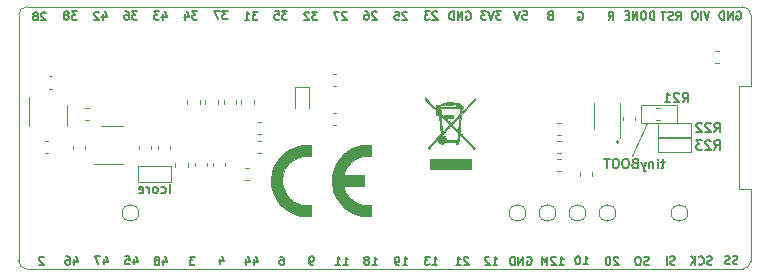
<source format=gbo>
%TF.GenerationSoftware,KiCad,Pcbnew,(5.1.5)-3*%
%TF.CreationDate,2020-06-05T17:01:32-07:00*%
%TF.ProjectId,UPduino_v3.0,55506475-696e-46f5-9f76-332e302e6b69,3.0*%
%TF.SameCoordinates,Original*%
%TF.FileFunction,Legend,Bot*%
%TF.FilePolarity,Positive*%
%FSLAX46Y46*%
G04 Gerber Fmt 4.6, Leading zero omitted, Abs format (unit mm)*
G04 Created by KiCad (PCBNEW (5.1.5)-3) date 2020-06-05 17:01:32*
%MOMM*%
%LPD*%
G04 APERTURE LIST*
%ADD10C,0.127000*%
%ADD11C,0.050000*%
%ADD12C,0.120000*%
%ADD13C,0.150000*%
%ADD14C,0.010000*%
G04 APERTURE END LIST*
D10*
X130313333Y-78253333D02*
X130280000Y-78220000D01*
X130213333Y-78186666D01*
X130046666Y-78186666D01*
X129980000Y-78220000D01*
X129946666Y-78253333D01*
X129913333Y-78320000D01*
X129913333Y-78386666D01*
X129946666Y-78486666D01*
X130346666Y-78886666D01*
X129913333Y-78886666D01*
X129313333Y-78186666D02*
X129446666Y-78186666D01*
X129513333Y-78220000D01*
X129546666Y-78253333D01*
X129613333Y-78353333D01*
X129646666Y-78486666D01*
X129646666Y-78753333D01*
X129613333Y-78820000D01*
X129580000Y-78853333D01*
X129513333Y-78886666D01*
X129380000Y-78886666D01*
X129313333Y-78853333D01*
X129280000Y-78820000D01*
X129246666Y-78753333D01*
X129246666Y-78586666D01*
X129280000Y-78520000D01*
X129313333Y-78486666D01*
X129380000Y-78453333D01*
X129513333Y-78453333D01*
X129580000Y-78486666D01*
X129613333Y-78520000D01*
X129646666Y-78586666D01*
X102303333Y-78308333D02*
X102270000Y-78275000D01*
X102203333Y-78241666D01*
X102036666Y-78241666D01*
X101970000Y-78275000D01*
X101936666Y-78308333D01*
X101903333Y-78375000D01*
X101903333Y-78441666D01*
X101936666Y-78541666D01*
X102336666Y-78941666D01*
X101903333Y-78941666D01*
X101503333Y-78541666D02*
X101570000Y-78508333D01*
X101603333Y-78475000D01*
X101636666Y-78408333D01*
X101636666Y-78375000D01*
X101603333Y-78308333D01*
X101570000Y-78275000D01*
X101503333Y-78241666D01*
X101370000Y-78241666D01*
X101303333Y-78275000D01*
X101270000Y-78308333D01*
X101236666Y-78375000D01*
X101236666Y-78408333D01*
X101270000Y-78475000D01*
X101303333Y-78508333D01*
X101370000Y-78541666D01*
X101503333Y-78541666D01*
X101570000Y-78575000D01*
X101603333Y-78608333D01*
X101636666Y-78675000D01*
X101636666Y-78808333D01*
X101603333Y-78875000D01*
X101570000Y-78908333D01*
X101503333Y-78941666D01*
X101370000Y-78941666D01*
X101303333Y-78908333D01*
X101270000Y-78875000D01*
X101236666Y-78808333D01*
X101236666Y-78675000D01*
X101270000Y-78608333D01*
X101303333Y-78575000D01*
X101370000Y-78541666D01*
X147396666Y-78260000D02*
X147463333Y-78226666D01*
X147563333Y-78226666D01*
X147663333Y-78260000D01*
X147730000Y-78326666D01*
X147763333Y-78393333D01*
X147796666Y-78526666D01*
X147796666Y-78626666D01*
X147763333Y-78760000D01*
X147730000Y-78826666D01*
X147663333Y-78893333D01*
X147563333Y-78926666D01*
X147496666Y-78926666D01*
X147396666Y-78893333D01*
X147363333Y-78860000D01*
X147363333Y-78626666D01*
X147496666Y-78626666D01*
X135433333Y-78253333D02*
X135400000Y-78220000D01*
X135333333Y-78186666D01*
X135166666Y-78186666D01*
X135100000Y-78220000D01*
X135066666Y-78253333D01*
X135033333Y-78320000D01*
X135033333Y-78386666D01*
X135066666Y-78486666D01*
X135466666Y-78886666D01*
X135033333Y-78886666D01*
X134800000Y-78186666D02*
X134366666Y-78186666D01*
X134600000Y-78453333D01*
X134500000Y-78453333D01*
X134433333Y-78486666D01*
X134400000Y-78520000D01*
X134366666Y-78586666D01*
X134366666Y-78753333D01*
X134400000Y-78820000D01*
X134433333Y-78853333D01*
X134500000Y-78886666D01*
X134700000Y-78886666D01*
X134766666Y-78853333D01*
X134800000Y-78820000D01*
X142668333Y-78186666D02*
X143001666Y-78186666D01*
X143035000Y-78520000D01*
X143001666Y-78486666D01*
X142935000Y-78453333D01*
X142768333Y-78453333D01*
X142701666Y-78486666D01*
X142668333Y-78520000D01*
X142635000Y-78586666D01*
X142635000Y-78753333D01*
X142668333Y-78820000D01*
X142701666Y-78853333D01*
X142768333Y-78886666D01*
X142935000Y-78886666D01*
X143001666Y-78853333D01*
X143035000Y-78820000D01*
X142435000Y-78186666D02*
X142201666Y-78886666D01*
X141968333Y-78186666D01*
X155663333Y-78906666D02*
X155896666Y-78573333D01*
X156063333Y-78906666D02*
X156063333Y-78206666D01*
X155796666Y-78206666D01*
X155730000Y-78240000D01*
X155696666Y-78273333D01*
X155663333Y-78340000D01*
X155663333Y-78440000D01*
X155696666Y-78506666D01*
X155730000Y-78540000D01*
X155796666Y-78573333D01*
X156063333Y-78573333D01*
X155396666Y-78873333D02*
X155296666Y-78906666D01*
X155130000Y-78906666D01*
X155063333Y-78873333D01*
X155030000Y-78840000D01*
X154996666Y-78773333D01*
X154996666Y-78706666D01*
X155030000Y-78640000D01*
X155063333Y-78606666D01*
X155130000Y-78573333D01*
X155263333Y-78540000D01*
X155330000Y-78506666D01*
X155363333Y-78473333D01*
X155396666Y-78406666D01*
X155396666Y-78340000D01*
X155363333Y-78273333D01*
X155330000Y-78240000D01*
X155263333Y-78206666D01*
X155096666Y-78206666D01*
X154996666Y-78240000D01*
X154796666Y-78206666D02*
X154396666Y-78206666D01*
X154596666Y-78906666D02*
X154596666Y-78206666D01*
X144985000Y-78520000D02*
X144885000Y-78553333D01*
X144851666Y-78586666D01*
X144818333Y-78653333D01*
X144818333Y-78753333D01*
X144851666Y-78820000D01*
X144885000Y-78853333D01*
X144951666Y-78886666D01*
X145218333Y-78886666D01*
X145218333Y-78186666D01*
X144985000Y-78186666D01*
X144918333Y-78220000D01*
X144885000Y-78253333D01*
X144851666Y-78320000D01*
X144851666Y-78386666D01*
X144885000Y-78453333D01*
X144918333Y-78486666D01*
X144985000Y-78520000D01*
X145218333Y-78520000D01*
X127763333Y-78263333D02*
X127730000Y-78230000D01*
X127663333Y-78196666D01*
X127496666Y-78196666D01*
X127430000Y-78230000D01*
X127396666Y-78263333D01*
X127363333Y-78330000D01*
X127363333Y-78396666D01*
X127396666Y-78496666D01*
X127796666Y-78896666D01*
X127363333Y-78896666D01*
X127130000Y-78196666D02*
X126663333Y-78196666D01*
X126963333Y-78896666D01*
X117686666Y-78156666D02*
X117253333Y-78156666D01*
X117486666Y-78423333D01*
X117386666Y-78423333D01*
X117320000Y-78456666D01*
X117286666Y-78490000D01*
X117253333Y-78556666D01*
X117253333Y-78723333D01*
X117286666Y-78790000D01*
X117320000Y-78823333D01*
X117386666Y-78856666D01*
X117586666Y-78856666D01*
X117653333Y-78823333D01*
X117686666Y-78790000D01*
X117020000Y-78156666D02*
X116553333Y-78156666D01*
X116853333Y-78856666D01*
X160803333Y-78210000D02*
X160870000Y-78176666D01*
X160970000Y-78176666D01*
X161070000Y-78210000D01*
X161136666Y-78276666D01*
X161170000Y-78343333D01*
X161203333Y-78476666D01*
X161203333Y-78576666D01*
X161170000Y-78710000D01*
X161136666Y-78776666D01*
X161070000Y-78843333D01*
X160970000Y-78876666D01*
X160903333Y-78876666D01*
X160803333Y-78843333D01*
X160770000Y-78810000D01*
X160770000Y-78576666D01*
X160903333Y-78576666D01*
X160470000Y-78876666D02*
X160470000Y-78176666D01*
X160070000Y-78876666D01*
X160070000Y-78176666D01*
X159736666Y-78876666D02*
X159736666Y-78176666D01*
X159570000Y-78176666D01*
X159470000Y-78210000D01*
X159403333Y-78276666D01*
X159370000Y-78343333D01*
X159336666Y-78476666D01*
X159336666Y-78576666D01*
X159370000Y-78710000D01*
X159403333Y-78776666D01*
X159470000Y-78843333D01*
X159570000Y-78876666D01*
X159736666Y-78876666D01*
X149943333Y-78916666D02*
X150176666Y-78583333D01*
X150343333Y-78916666D02*
X150343333Y-78216666D01*
X150076666Y-78216666D01*
X150010000Y-78250000D01*
X149976666Y-78283333D01*
X149943333Y-78350000D01*
X149943333Y-78450000D01*
X149976666Y-78516666D01*
X150010000Y-78550000D01*
X150076666Y-78583333D01*
X150343333Y-78583333D01*
X120236666Y-78206666D02*
X119803333Y-78206666D01*
X120036666Y-78473333D01*
X119936666Y-78473333D01*
X119870000Y-78506666D01*
X119836666Y-78540000D01*
X119803333Y-78606666D01*
X119803333Y-78773333D01*
X119836666Y-78840000D01*
X119870000Y-78873333D01*
X119936666Y-78906666D01*
X120136666Y-78906666D01*
X120203333Y-78873333D01*
X120236666Y-78840000D01*
X119136666Y-78906666D02*
X119536666Y-78906666D01*
X119336666Y-78906666D02*
X119336666Y-78206666D01*
X119403333Y-78306666D01*
X119470000Y-78373333D01*
X119536666Y-78406666D01*
X132883333Y-78263333D02*
X132850000Y-78230000D01*
X132783333Y-78196666D01*
X132616666Y-78196666D01*
X132550000Y-78230000D01*
X132516666Y-78263333D01*
X132483333Y-78330000D01*
X132483333Y-78396666D01*
X132516666Y-78496666D01*
X132916666Y-78896666D01*
X132483333Y-78896666D01*
X131850000Y-78196666D02*
X132183333Y-78196666D01*
X132216666Y-78530000D01*
X132183333Y-78496666D01*
X132116666Y-78463333D01*
X131950000Y-78463333D01*
X131883333Y-78496666D01*
X131850000Y-78530000D01*
X131816666Y-78596666D01*
X131816666Y-78763333D01*
X131850000Y-78830000D01*
X131883333Y-78863333D01*
X131950000Y-78896666D01*
X132116666Y-78896666D01*
X132183333Y-78863333D01*
X132216666Y-78830000D01*
X153823333Y-78876666D02*
X153823333Y-78176666D01*
X153656666Y-78176666D01*
X153556666Y-78210000D01*
X153490000Y-78276666D01*
X153456666Y-78343333D01*
X153423333Y-78476666D01*
X153423333Y-78576666D01*
X153456666Y-78710000D01*
X153490000Y-78776666D01*
X153556666Y-78843333D01*
X153656666Y-78876666D01*
X153823333Y-78876666D01*
X152990000Y-78176666D02*
X152856666Y-78176666D01*
X152790000Y-78210000D01*
X152723333Y-78276666D01*
X152690000Y-78410000D01*
X152690000Y-78643333D01*
X152723333Y-78776666D01*
X152790000Y-78843333D01*
X152856666Y-78876666D01*
X152990000Y-78876666D01*
X153056666Y-78843333D01*
X153123333Y-78776666D01*
X153156666Y-78643333D01*
X153156666Y-78410000D01*
X153123333Y-78276666D01*
X153056666Y-78210000D01*
X152990000Y-78176666D01*
X152390000Y-78876666D02*
X152390000Y-78176666D01*
X151990000Y-78876666D01*
X151990000Y-78176666D01*
X151656666Y-78510000D02*
X151423333Y-78510000D01*
X151323333Y-78876666D02*
X151656666Y-78876666D01*
X151656666Y-78176666D01*
X151323333Y-78176666D01*
X110036666Y-78176666D02*
X109603333Y-78176666D01*
X109836666Y-78443333D01*
X109736666Y-78443333D01*
X109670000Y-78476666D01*
X109636666Y-78510000D01*
X109603333Y-78576666D01*
X109603333Y-78743333D01*
X109636666Y-78810000D01*
X109670000Y-78843333D01*
X109736666Y-78876666D01*
X109936666Y-78876666D01*
X110003333Y-78843333D01*
X110036666Y-78810000D01*
X109003333Y-78176666D02*
X109136666Y-78176666D01*
X109203333Y-78210000D01*
X109236666Y-78243333D01*
X109303333Y-78343333D01*
X109336666Y-78476666D01*
X109336666Y-78743333D01*
X109303333Y-78810000D01*
X109270000Y-78843333D01*
X109203333Y-78876666D01*
X109070000Y-78876666D01*
X109003333Y-78843333D01*
X108970000Y-78810000D01*
X108936666Y-78743333D01*
X108936666Y-78576666D01*
X108970000Y-78510000D01*
X109003333Y-78476666D01*
X109070000Y-78443333D01*
X109203333Y-78443333D01*
X109270000Y-78476666D01*
X109303333Y-78510000D01*
X109336666Y-78576666D01*
X104936666Y-78186666D02*
X104503333Y-78186666D01*
X104736666Y-78453333D01*
X104636666Y-78453333D01*
X104570000Y-78486666D01*
X104536666Y-78520000D01*
X104503333Y-78586666D01*
X104503333Y-78753333D01*
X104536666Y-78820000D01*
X104570000Y-78853333D01*
X104636666Y-78886666D01*
X104836666Y-78886666D01*
X104903333Y-78853333D01*
X104936666Y-78820000D01*
X104103333Y-78486666D02*
X104170000Y-78453333D01*
X104203333Y-78420000D01*
X104236666Y-78353333D01*
X104236666Y-78320000D01*
X104203333Y-78253333D01*
X104170000Y-78220000D01*
X104103333Y-78186666D01*
X103970000Y-78186666D01*
X103903333Y-78220000D01*
X103870000Y-78253333D01*
X103836666Y-78320000D01*
X103836666Y-78353333D01*
X103870000Y-78420000D01*
X103903333Y-78453333D01*
X103970000Y-78486666D01*
X104103333Y-78486666D01*
X104170000Y-78520000D01*
X104203333Y-78553333D01*
X104236666Y-78620000D01*
X104236666Y-78753333D01*
X104203333Y-78820000D01*
X104170000Y-78853333D01*
X104103333Y-78886666D01*
X103970000Y-78886666D01*
X103903333Y-78853333D01*
X103870000Y-78820000D01*
X103836666Y-78753333D01*
X103836666Y-78620000D01*
X103870000Y-78553333D01*
X103903333Y-78520000D01*
X103970000Y-78486666D01*
X122736666Y-78166666D02*
X122303333Y-78166666D01*
X122536666Y-78433333D01*
X122436666Y-78433333D01*
X122370000Y-78466666D01*
X122336666Y-78500000D01*
X122303333Y-78566666D01*
X122303333Y-78733333D01*
X122336666Y-78800000D01*
X122370000Y-78833333D01*
X122436666Y-78866666D01*
X122636666Y-78866666D01*
X122703333Y-78833333D01*
X122736666Y-78800000D01*
X121670000Y-78166666D02*
X122003333Y-78166666D01*
X122036666Y-78500000D01*
X122003333Y-78466666D01*
X121936666Y-78433333D01*
X121770000Y-78433333D01*
X121703333Y-78466666D01*
X121670000Y-78500000D01*
X121636666Y-78566666D01*
X121636666Y-78733333D01*
X121670000Y-78800000D01*
X121703333Y-78833333D01*
X121770000Y-78866666D01*
X121936666Y-78866666D01*
X122003333Y-78833333D01*
X122036666Y-78800000D01*
X115126666Y-78176666D02*
X114693333Y-78176666D01*
X114926666Y-78443333D01*
X114826666Y-78443333D01*
X114760000Y-78476666D01*
X114726666Y-78510000D01*
X114693333Y-78576666D01*
X114693333Y-78743333D01*
X114726666Y-78810000D01*
X114760000Y-78843333D01*
X114826666Y-78876666D01*
X115026666Y-78876666D01*
X115093333Y-78843333D01*
X115126666Y-78810000D01*
X114093333Y-78410000D02*
X114093333Y-78876666D01*
X114260000Y-78143333D02*
X114426666Y-78643333D01*
X113993333Y-78643333D01*
X107110000Y-78440000D02*
X107110000Y-78906666D01*
X107276666Y-78173333D02*
X107443333Y-78673333D01*
X107010000Y-78673333D01*
X106776666Y-78273333D02*
X106743333Y-78240000D01*
X106676666Y-78206666D01*
X106510000Y-78206666D01*
X106443333Y-78240000D01*
X106410000Y-78273333D01*
X106376666Y-78340000D01*
X106376666Y-78406666D01*
X106410000Y-78506666D01*
X106810000Y-78906666D01*
X106376666Y-78906666D01*
X125286666Y-78206666D02*
X124853333Y-78206666D01*
X125086666Y-78473333D01*
X124986666Y-78473333D01*
X124920000Y-78506666D01*
X124886666Y-78540000D01*
X124853333Y-78606666D01*
X124853333Y-78773333D01*
X124886666Y-78840000D01*
X124920000Y-78873333D01*
X124986666Y-78906666D01*
X125186666Y-78906666D01*
X125253333Y-78873333D01*
X125286666Y-78840000D01*
X124586666Y-78273333D02*
X124553333Y-78240000D01*
X124486666Y-78206666D01*
X124320000Y-78206666D01*
X124253333Y-78240000D01*
X124220000Y-78273333D01*
X124186666Y-78340000D01*
X124186666Y-78406666D01*
X124220000Y-78506666D01*
X124620000Y-78906666D01*
X124186666Y-78906666D01*
X158486666Y-78166666D02*
X158253333Y-78866666D01*
X158020000Y-78166666D01*
X157786666Y-78866666D02*
X157786666Y-78166666D01*
X157320000Y-78166666D02*
X157186666Y-78166666D01*
X157120000Y-78200000D01*
X157053333Y-78266666D01*
X157020000Y-78400000D01*
X157020000Y-78633333D01*
X157053333Y-78766666D01*
X157120000Y-78833333D01*
X157186666Y-78866666D01*
X157320000Y-78866666D01*
X157386666Y-78833333D01*
X157453333Y-78766666D01*
X157486666Y-78633333D01*
X157486666Y-78400000D01*
X157453333Y-78266666D01*
X157386666Y-78200000D01*
X157320000Y-78166666D01*
X112190000Y-78420000D02*
X112190000Y-78886666D01*
X112356666Y-78153333D02*
X112523333Y-78653333D01*
X112090000Y-78653333D01*
X111890000Y-78186666D02*
X111456666Y-78186666D01*
X111690000Y-78453333D01*
X111590000Y-78453333D01*
X111523333Y-78486666D01*
X111490000Y-78520000D01*
X111456666Y-78586666D01*
X111456666Y-78753333D01*
X111490000Y-78820000D01*
X111523333Y-78853333D01*
X111590000Y-78886666D01*
X111790000Y-78886666D01*
X111856666Y-78853333D01*
X111890000Y-78820000D01*
X137903333Y-78220000D02*
X137970000Y-78186666D01*
X138070000Y-78186666D01*
X138170000Y-78220000D01*
X138236666Y-78286666D01*
X138270000Y-78353333D01*
X138303333Y-78486666D01*
X138303333Y-78586666D01*
X138270000Y-78720000D01*
X138236666Y-78786666D01*
X138170000Y-78853333D01*
X138070000Y-78886666D01*
X138003333Y-78886666D01*
X137903333Y-78853333D01*
X137870000Y-78820000D01*
X137870000Y-78586666D01*
X138003333Y-78586666D01*
X137570000Y-78886666D02*
X137570000Y-78186666D01*
X137170000Y-78886666D01*
X137170000Y-78186666D01*
X136836666Y-78886666D02*
X136836666Y-78186666D01*
X136670000Y-78186666D01*
X136570000Y-78220000D01*
X136503333Y-78286666D01*
X136470000Y-78353333D01*
X136436666Y-78486666D01*
X136436666Y-78586666D01*
X136470000Y-78720000D01*
X136503333Y-78786666D01*
X136570000Y-78853333D01*
X136670000Y-78886666D01*
X136836666Y-78886666D01*
X140876666Y-78186666D02*
X140443333Y-78186666D01*
X140676666Y-78453333D01*
X140576666Y-78453333D01*
X140510000Y-78486666D01*
X140476666Y-78520000D01*
X140443333Y-78586666D01*
X140443333Y-78753333D01*
X140476666Y-78820000D01*
X140510000Y-78853333D01*
X140576666Y-78886666D01*
X140776666Y-78886666D01*
X140843333Y-78853333D01*
X140876666Y-78820000D01*
X140243333Y-78186666D02*
X140010000Y-78886666D01*
X139776666Y-78186666D01*
X139610000Y-78186666D02*
X139176666Y-78186666D01*
X139410000Y-78453333D01*
X139310000Y-78453333D01*
X139243333Y-78486666D01*
X139210000Y-78520000D01*
X139176666Y-78586666D01*
X139176666Y-78753333D01*
X139210000Y-78820000D01*
X139243333Y-78853333D01*
X139310000Y-78886666D01*
X139510000Y-78886666D01*
X139576666Y-78853333D01*
X139610000Y-78820000D01*
X119910000Y-99180000D02*
X119910000Y-99646666D01*
X120076666Y-98913333D02*
X120243333Y-99413333D01*
X119810000Y-99413333D01*
X119243333Y-99180000D02*
X119243333Y-99646666D01*
X119410000Y-98913333D02*
X119576666Y-99413333D01*
X119143333Y-99413333D01*
X124913333Y-99626666D02*
X124780000Y-99626666D01*
X124713333Y-99593333D01*
X124680000Y-99560000D01*
X124613333Y-99460000D01*
X124580000Y-99326666D01*
X124580000Y-99060000D01*
X124613333Y-98993333D01*
X124646666Y-98960000D01*
X124713333Y-98926666D01*
X124846666Y-98926666D01*
X124913333Y-98960000D01*
X124946666Y-98993333D01*
X124980000Y-99060000D01*
X124980000Y-99226666D01*
X124946666Y-99293333D01*
X124913333Y-99326666D01*
X124846666Y-99360000D01*
X124713333Y-99360000D01*
X124646666Y-99326666D01*
X124613333Y-99293333D01*
X124580000Y-99226666D01*
X112250000Y-99190000D02*
X112250000Y-99656666D01*
X112416666Y-98923333D02*
X112583333Y-99423333D01*
X112150000Y-99423333D01*
X111783333Y-99256666D02*
X111850000Y-99223333D01*
X111883333Y-99190000D01*
X111916666Y-99123333D01*
X111916666Y-99090000D01*
X111883333Y-99023333D01*
X111850000Y-98990000D01*
X111783333Y-98956666D01*
X111650000Y-98956666D01*
X111583333Y-98990000D01*
X111550000Y-99023333D01*
X111516666Y-99090000D01*
X111516666Y-99123333D01*
X111550000Y-99190000D01*
X111583333Y-99223333D01*
X111650000Y-99256666D01*
X111783333Y-99256666D01*
X111850000Y-99290000D01*
X111883333Y-99323333D01*
X111916666Y-99390000D01*
X111916666Y-99523333D01*
X111883333Y-99590000D01*
X111850000Y-99623333D01*
X111783333Y-99656666D01*
X111650000Y-99656666D01*
X111583333Y-99623333D01*
X111550000Y-99590000D01*
X111516666Y-99523333D01*
X111516666Y-99390000D01*
X111550000Y-99323333D01*
X111583333Y-99290000D01*
X111650000Y-99256666D01*
X138083333Y-99023333D02*
X138050000Y-98990000D01*
X137983333Y-98956666D01*
X137816666Y-98956666D01*
X137750000Y-98990000D01*
X137716666Y-99023333D01*
X137683333Y-99090000D01*
X137683333Y-99156666D01*
X137716666Y-99256666D01*
X138116666Y-99656666D01*
X137683333Y-99656666D01*
X137016666Y-99656666D02*
X137416666Y-99656666D01*
X137216666Y-99656666D02*
X137216666Y-98956666D01*
X137283333Y-99056666D01*
X137350000Y-99123333D01*
X137416666Y-99156666D01*
X114903333Y-98956666D02*
X114470000Y-98956666D01*
X114703333Y-99223333D01*
X114603333Y-99223333D01*
X114536666Y-99256666D01*
X114503333Y-99290000D01*
X114470000Y-99356666D01*
X114470000Y-99523333D01*
X114503333Y-99590000D01*
X114536666Y-99623333D01*
X114603333Y-99656666D01*
X114803333Y-99656666D01*
X114870000Y-99623333D01*
X114903333Y-99590000D01*
X109740000Y-99140000D02*
X109740000Y-99606666D01*
X109906666Y-98873333D02*
X110073333Y-99373333D01*
X109640000Y-99373333D01*
X109040000Y-98906666D02*
X109373333Y-98906666D01*
X109406666Y-99240000D01*
X109373333Y-99206666D01*
X109306666Y-99173333D01*
X109140000Y-99173333D01*
X109073333Y-99206666D01*
X109040000Y-99240000D01*
X109006666Y-99306666D01*
X109006666Y-99473333D01*
X109040000Y-99540000D01*
X109073333Y-99573333D01*
X109140000Y-99606666D01*
X109306666Y-99606666D01*
X109373333Y-99573333D01*
X109406666Y-99540000D01*
X132513333Y-99666666D02*
X132913333Y-99666666D01*
X132713333Y-99666666D02*
X132713333Y-98966666D01*
X132780000Y-99066666D01*
X132846666Y-99133333D01*
X132913333Y-99166666D01*
X132180000Y-99666666D02*
X132046666Y-99666666D01*
X131980000Y-99633333D01*
X131946666Y-99600000D01*
X131880000Y-99500000D01*
X131846666Y-99366666D01*
X131846666Y-99100000D01*
X131880000Y-99033333D01*
X131913333Y-99000000D01*
X131980000Y-98966666D01*
X132113333Y-98966666D01*
X132180000Y-99000000D01*
X132213333Y-99033333D01*
X132246666Y-99100000D01*
X132246666Y-99266666D01*
X132213333Y-99333333D01*
X132180000Y-99366666D01*
X132113333Y-99400000D01*
X131980000Y-99400000D01*
X131913333Y-99366666D01*
X131880000Y-99333333D01*
X131846666Y-99266666D01*
X107210000Y-99140000D02*
X107210000Y-99606666D01*
X107376666Y-98873333D02*
X107543333Y-99373333D01*
X107110000Y-99373333D01*
X106910000Y-98906666D02*
X106443333Y-98906666D01*
X106743333Y-99606666D01*
X104680000Y-99160000D02*
X104680000Y-99626666D01*
X104846666Y-98893333D02*
X105013333Y-99393333D01*
X104580000Y-99393333D01*
X104013333Y-98926666D02*
X104146666Y-98926666D01*
X104213333Y-98960000D01*
X104246666Y-98993333D01*
X104313333Y-99093333D01*
X104346666Y-99226666D01*
X104346666Y-99493333D01*
X104313333Y-99560000D01*
X104280000Y-99593333D01*
X104213333Y-99626666D01*
X104080000Y-99626666D01*
X104013333Y-99593333D01*
X103980000Y-99560000D01*
X103946666Y-99493333D01*
X103946666Y-99326666D01*
X103980000Y-99260000D01*
X104013333Y-99226666D01*
X104080000Y-99193333D01*
X104213333Y-99193333D01*
X104280000Y-99226666D01*
X104313333Y-99260000D01*
X104346666Y-99326666D01*
X140133333Y-99646666D02*
X140533333Y-99646666D01*
X140333333Y-99646666D02*
X140333333Y-98946666D01*
X140400000Y-99046666D01*
X140466666Y-99113333D01*
X140533333Y-99146666D01*
X139866666Y-99013333D02*
X139833333Y-98980000D01*
X139766666Y-98946666D01*
X139600000Y-98946666D01*
X139533333Y-98980000D01*
X139500000Y-99013333D01*
X139466666Y-99080000D01*
X139466666Y-99146666D01*
X139500000Y-99246666D01*
X139900000Y-99646666D01*
X139466666Y-99646666D01*
X129943333Y-99646666D02*
X130343333Y-99646666D01*
X130143333Y-99646666D02*
X130143333Y-98946666D01*
X130210000Y-99046666D01*
X130276666Y-99113333D01*
X130343333Y-99146666D01*
X129543333Y-99246666D02*
X129610000Y-99213333D01*
X129643333Y-99180000D01*
X129676666Y-99113333D01*
X129676666Y-99080000D01*
X129643333Y-99013333D01*
X129610000Y-98980000D01*
X129543333Y-98946666D01*
X129410000Y-98946666D01*
X129343333Y-98980000D01*
X129310000Y-99013333D01*
X129276666Y-99080000D01*
X129276666Y-99113333D01*
X129310000Y-99180000D01*
X129343333Y-99213333D01*
X129410000Y-99246666D01*
X129543333Y-99246666D01*
X129610000Y-99280000D01*
X129643333Y-99313333D01*
X129676666Y-99380000D01*
X129676666Y-99513333D01*
X129643333Y-99580000D01*
X129610000Y-99613333D01*
X129543333Y-99646666D01*
X129410000Y-99646666D01*
X129343333Y-99613333D01*
X129310000Y-99580000D01*
X129276666Y-99513333D01*
X129276666Y-99380000D01*
X129310000Y-99313333D01*
X129343333Y-99280000D01*
X129410000Y-99246666D01*
X135033333Y-99636666D02*
X135433333Y-99636666D01*
X135233333Y-99636666D02*
X135233333Y-98936666D01*
X135300000Y-99036666D01*
X135366666Y-99103333D01*
X135433333Y-99136666D01*
X134800000Y-98936666D02*
X134366666Y-98936666D01*
X134600000Y-99203333D01*
X134500000Y-99203333D01*
X134433333Y-99236666D01*
X134400000Y-99270000D01*
X134366666Y-99336666D01*
X134366666Y-99503333D01*
X134400000Y-99570000D01*
X134433333Y-99603333D01*
X134500000Y-99636666D01*
X134700000Y-99636666D01*
X134766666Y-99603333D01*
X134800000Y-99570000D01*
X117026666Y-99120000D02*
X117026666Y-99586666D01*
X117193333Y-98853333D02*
X117360000Y-99353333D01*
X116926666Y-99353333D01*
X102130000Y-99013333D02*
X102096666Y-98980000D01*
X102030000Y-98946666D01*
X101863333Y-98946666D01*
X101796666Y-98980000D01*
X101763333Y-99013333D01*
X101730000Y-99080000D01*
X101730000Y-99146666D01*
X101763333Y-99246666D01*
X102163333Y-99646666D01*
X101730000Y-99646666D01*
X122146666Y-98936666D02*
X122280000Y-98936666D01*
X122346666Y-98970000D01*
X122380000Y-99003333D01*
X122446666Y-99103333D01*
X122480000Y-99236666D01*
X122480000Y-99503333D01*
X122446666Y-99570000D01*
X122413333Y-99603333D01*
X122346666Y-99636666D01*
X122213333Y-99636666D01*
X122146666Y-99603333D01*
X122113333Y-99570000D01*
X122080000Y-99503333D01*
X122080000Y-99336666D01*
X122113333Y-99270000D01*
X122146666Y-99236666D01*
X122213333Y-99203333D01*
X122346666Y-99203333D01*
X122413333Y-99236666D01*
X122446666Y-99270000D01*
X122480000Y-99336666D01*
X127483333Y-99636666D02*
X127883333Y-99636666D01*
X127683333Y-99636666D02*
X127683333Y-98936666D01*
X127750000Y-99036666D01*
X127816666Y-99103333D01*
X127883333Y-99136666D01*
X126816666Y-99636666D02*
X127216666Y-99636666D01*
X127016666Y-99636666D02*
X127016666Y-98936666D01*
X127083333Y-99036666D01*
X127150000Y-99103333D01*
X127216666Y-99136666D01*
X143053333Y-98980000D02*
X143120000Y-98946666D01*
X143220000Y-98946666D01*
X143320000Y-98980000D01*
X143386666Y-99046666D01*
X143420000Y-99113333D01*
X143453333Y-99246666D01*
X143453333Y-99346666D01*
X143420000Y-99480000D01*
X143386666Y-99546666D01*
X143320000Y-99613333D01*
X143220000Y-99646666D01*
X143153333Y-99646666D01*
X143053333Y-99613333D01*
X143020000Y-99580000D01*
X143020000Y-99346666D01*
X143153333Y-99346666D01*
X142720000Y-99646666D02*
X142720000Y-98946666D01*
X142320000Y-99646666D01*
X142320000Y-98946666D01*
X141986666Y-99646666D02*
X141986666Y-98946666D01*
X141820000Y-98946666D01*
X141720000Y-98980000D01*
X141653333Y-99046666D01*
X141620000Y-99113333D01*
X141586666Y-99246666D01*
X141586666Y-99346666D01*
X141620000Y-99480000D01*
X141653333Y-99546666D01*
X141720000Y-99613333D01*
X141820000Y-99646666D01*
X141986666Y-99646666D01*
X155556666Y-99593333D02*
X155456666Y-99626666D01*
X155290000Y-99626666D01*
X155223333Y-99593333D01*
X155190000Y-99560000D01*
X155156666Y-99493333D01*
X155156666Y-99426666D01*
X155190000Y-99360000D01*
X155223333Y-99326666D01*
X155290000Y-99293333D01*
X155423333Y-99260000D01*
X155490000Y-99226666D01*
X155523333Y-99193333D01*
X155556666Y-99126666D01*
X155556666Y-99060000D01*
X155523333Y-98993333D01*
X155490000Y-98960000D01*
X155423333Y-98926666D01*
X155256666Y-98926666D01*
X155156666Y-98960000D01*
X154856666Y-99626666D02*
X154856666Y-98926666D01*
X153336666Y-99613333D02*
X153236666Y-99646666D01*
X153070000Y-99646666D01*
X153003333Y-99613333D01*
X152970000Y-99580000D01*
X152936666Y-99513333D01*
X152936666Y-99446666D01*
X152970000Y-99380000D01*
X153003333Y-99346666D01*
X153070000Y-99313333D01*
X153203333Y-99280000D01*
X153270000Y-99246666D01*
X153303333Y-99213333D01*
X153336666Y-99146666D01*
X153336666Y-99080000D01*
X153303333Y-99013333D01*
X153270000Y-98980000D01*
X153203333Y-98946666D01*
X153036666Y-98946666D01*
X152936666Y-98980000D01*
X152503333Y-98946666D02*
X152370000Y-98946666D01*
X152303333Y-98980000D01*
X152236666Y-99046666D01*
X152203333Y-99180000D01*
X152203333Y-99413333D01*
X152236666Y-99546666D01*
X152303333Y-99613333D01*
X152370000Y-99646666D01*
X152503333Y-99646666D01*
X152570000Y-99613333D01*
X152636666Y-99546666D01*
X152670000Y-99413333D01*
X152670000Y-99180000D01*
X152636666Y-99046666D01*
X152570000Y-98980000D01*
X152503333Y-98946666D01*
X145733333Y-99636666D02*
X146133333Y-99636666D01*
X145933333Y-99636666D02*
X145933333Y-98936666D01*
X146000000Y-99036666D01*
X146066666Y-99103333D01*
X146133333Y-99136666D01*
X145466666Y-99003333D02*
X145433333Y-98970000D01*
X145366666Y-98936666D01*
X145200000Y-98936666D01*
X145133333Y-98970000D01*
X145100000Y-99003333D01*
X145066666Y-99070000D01*
X145066666Y-99136666D01*
X145100000Y-99236666D01*
X145500000Y-99636666D01*
X145066666Y-99636666D01*
X144766666Y-99636666D02*
X144766666Y-98936666D01*
X144533333Y-99436666D01*
X144300000Y-98936666D01*
X144300000Y-99636666D01*
X147813333Y-99606666D02*
X148213333Y-99606666D01*
X148013333Y-99606666D02*
X148013333Y-98906666D01*
X148080000Y-99006666D01*
X148146666Y-99073333D01*
X148213333Y-99106666D01*
X147380000Y-98906666D02*
X147313333Y-98906666D01*
X147246666Y-98940000D01*
X147213333Y-98973333D01*
X147180000Y-99040000D01*
X147146666Y-99173333D01*
X147146666Y-99340000D01*
X147180000Y-99473333D01*
X147213333Y-99540000D01*
X147246666Y-99573333D01*
X147313333Y-99606666D01*
X147380000Y-99606666D01*
X147446666Y-99573333D01*
X147480000Y-99540000D01*
X147513333Y-99473333D01*
X147546666Y-99340000D01*
X147546666Y-99173333D01*
X147513333Y-99040000D01*
X147480000Y-98973333D01*
X147446666Y-98940000D01*
X147380000Y-98906666D01*
X160863333Y-99543333D02*
X160763333Y-99576666D01*
X160596666Y-99576666D01*
X160530000Y-99543333D01*
X160496666Y-99510000D01*
X160463333Y-99443333D01*
X160463333Y-99376666D01*
X160496666Y-99310000D01*
X160530000Y-99276666D01*
X160596666Y-99243333D01*
X160730000Y-99210000D01*
X160796666Y-99176666D01*
X160830000Y-99143333D01*
X160863333Y-99076666D01*
X160863333Y-99010000D01*
X160830000Y-98943333D01*
X160796666Y-98910000D01*
X160730000Y-98876666D01*
X160563333Y-98876666D01*
X160463333Y-98910000D01*
X160196666Y-99543333D02*
X160096666Y-99576666D01*
X159930000Y-99576666D01*
X159863333Y-99543333D01*
X159830000Y-99510000D01*
X159796666Y-99443333D01*
X159796666Y-99376666D01*
X159830000Y-99310000D01*
X159863333Y-99276666D01*
X159930000Y-99243333D01*
X160063333Y-99210000D01*
X160130000Y-99176666D01*
X160163333Y-99143333D01*
X160196666Y-99076666D01*
X160196666Y-99010000D01*
X160163333Y-98943333D01*
X160130000Y-98910000D01*
X160063333Y-98876666D01*
X159896666Y-98876666D01*
X159796666Y-98910000D01*
X158690000Y-99583333D02*
X158590000Y-99616666D01*
X158423333Y-99616666D01*
X158356666Y-99583333D01*
X158323333Y-99550000D01*
X158290000Y-99483333D01*
X158290000Y-99416666D01*
X158323333Y-99350000D01*
X158356666Y-99316666D01*
X158423333Y-99283333D01*
X158556666Y-99250000D01*
X158623333Y-99216666D01*
X158656666Y-99183333D01*
X158690000Y-99116666D01*
X158690000Y-99050000D01*
X158656666Y-98983333D01*
X158623333Y-98950000D01*
X158556666Y-98916666D01*
X158390000Y-98916666D01*
X158290000Y-98950000D01*
X157590000Y-99550000D02*
X157623333Y-99583333D01*
X157723333Y-99616666D01*
X157790000Y-99616666D01*
X157890000Y-99583333D01*
X157956666Y-99516666D01*
X157990000Y-99450000D01*
X158023333Y-99316666D01*
X158023333Y-99216666D01*
X157990000Y-99083333D01*
X157956666Y-99016666D01*
X157890000Y-98950000D01*
X157790000Y-98916666D01*
X157723333Y-98916666D01*
X157623333Y-98950000D01*
X157590000Y-98983333D01*
X157290000Y-99616666D02*
X157290000Y-98916666D01*
X156890000Y-99616666D02*
X157190000Y-99216666D01*
X156890000Y-98916666D02*
X157290000Y-99316666D01*
X150773333Y-99023333D02*
X150740000Y-98990000D01*
X150673333Y-98956666D01*
X150506666Y-98956666D01*
X150440000Y-98990000D01*
X150406666Y-99023333D01*
X150373333Y-99090000D01*
X150373333Y-99156666D01*
X150406666Y-99256666D01*
X150806666Y-99656666D01*
X150373333Y-99656666D01*
X149940000Y-98956666D02*
X149873333Y-98956666D01*
X149806666Y-98990000D01*
X149773333Y-99023333D01*
X149740000Y-99090000D01*
X149706666Y-99223333D01*
X149706666Y-99390000D01*
X149740000Y-99523333D01*
X149773333Y-99590000D01*
X149806666Y-99623333D01*
X149873333Y-99656666D01*
X149940000Y-99656666D01*
X150006666Y-99623333D01*
X150040000Y-99590000D01*
X150073333Y-99523333D01*
X150106666Y-99390000D01*
X150106666Y-99223333D01*
X150073333Y-99090000D01*
X150040000Y-99023333D01*
X150006666Y-98990000D01*
X149940000Y-98956666D01*
D11*
X100000000Y-78480000D02*
G75*
G02X100700000Y-77780000I700000J0D01*
G01*
X161300000Y-77780000D02*
G75*
G02X162000000Y-78480000I0J-700000D01*
G01*
X162000000Y-99300000D02*
G75*
G02X161300000Y-100000000I-700000J0D01*
G01*
X100700000Y-100000000D02*
G75*
G02X100000000Y-99300000I0J700000D01*
G01*
D12*
X155702000Y-86106000D02*
X155702000Y-87630000D01*
X152654000Y-86106000D02*
X155702000Y-86106000D01*
X152654000Y-87630000D02*
X152654000Y-86106000D01*
X154100000Y-87600000D02*
X152654000Y-87630000D01*
X153162000Y-87630000D02*
X151892000Y-90424000D01*
D13*
X112801238Y-93561904D02*
X112801238Y-92761904D01*
X112077428Y-93523809D02*
X112153619Y-93561904D01*
X112306000Y-93561904D01*
X112382190Y-93523809D01*
X112420285Y-93485714D01*
X112458380Y-93409523D01*
X112458380Y-93180952D01*
X112420285Y-93104761D01*
X112382190Y-93066666D01*
X112306000Y-93028571D01*
X112153619Y-93028571D01*
X112077428Y-93066666D01*
X111620285Y-93561904D02*
X111696476Y-93523809D01*
X111734571Y-93485714D01*
X111772666Y-93409523D01*
X111772666Y-93180952D01*
X111734571Y-93104761D01*
X111696476Y-93066666D01*
X111620285Y-93028571D01*
X111506000Y-93028571D01*
X111429809Y-93066666D01*
X111391714Y-93104761D01*
X111353619Y-93180952D01*
X111353619Y-93409523D01*
X111391714Y-93485714D01*
X111429809Y-93523809D01*
X111506000Y-93561904D01*
X111620285Y-93561904D01*
X111010761Y-93561904D02*
X111010761Y-93028571D01*
X111010761Y-93180952D02*
X110972666Y-93104761D01*
X110934571Y-93066666D01*
X110858380Y-93028571D01*
X110782190Y-93028571D01*
X110210761Y-93523809D02*
X110286952Y-93561904D01*
X110439333Y-93561904D01*
X110515523Y-93523809D01*
X110553619Y-93447619D01*
X110553619Y-93142857D01*
X110515523Y-93066666D01*
X110439333Y-93028571D01*
X110286952Y-93028571D01*
X110210761Y-93066666D01*
X110172666Y-93142857D01*
X110172666Y-93219047D01*
X110553619Y-93295238D01*
X154702380Y-90928571D02*
X154397619Y-90928571D01*
X154588095Y-90661904D02*
X154588095Y-91347619D01*
X154550000Y-91423809D01*
X154473809Y-91461904D01*
X154397619Y-91461904D01*
X154130952Y-91461904D02*
X154130952Y-90928571D01*
X154130952Y-90661904D02*
X154169047Y-90700000D01*
X154130952Y-90738095D01*
X154092857Y-90700000D01*
X154130952Y-90661904D01*
X154130952Y-90738095D01*
X153750000Y-90928571D02*
X153750000Y-91461904D01*
X153750000Y-91004761D02*
X153711904Y-90966666D01*
X153635714Y-90928571D01*
X153521428Y-90928571D01*
X153445238Y-90966666D01*
X153407142Y-91042857D01*
X153407142Y-91461904D01*
X153102380Y-90928571D02*
X152911904Y-91461904D01*
X152721428Y-90928571D02*
X152911904Y-91461904D01*
X152988095Y-91652380D01*
X153026190Y-91690476D01*
X153102380Y-91728571D01*
X152150000Y-91042857D02*
X152035714Y-91080952D01*
X151997619Y-91119047D01*
X151959523Y-91195238D01*
X151959523Y-91309523D01*
X151997619Y-91385714D01*
X152035714Y-91423809D01*
X152111904Y-91461904D01*
X152416666Y-91461904D01*
X152416666Y-90661904D01*
X152150000Y-90661904D01*
X152073809Y-90700000D01*
X152035714Y-90738095D01*
X151997619Y-90814285D01*
X151997619Y-90890476D01*
X152035714Y-90966666D01*
X152073809Y-91004761D01*
X152150000Y-91042857D01*
X152416666Y-91042857D01*
X151464285Y-90661904D02*
X151311904Y-90661904D01*
X151235714Y-90700000D01*
X151159523Y-90776190D01*
X151121428Y-90928571D01*
X151121428Y-91195238D01*
X151159523Y-91347619D01*
X151235714Y-91423809D01*
X151311904Y-91461904D01*
X151464285Y-91461904D01*
X151540476Y-91423809D01*
X151616666Y-91347619D01*
X151654761Y-91195238D01*
X151654761Y-90928571D01*
X151616666Y-90776190D01*
X151540476Y-90700000D01*
X151464285Y-90661904D01*
X150626190Y-90661904D02*
X150473809Y-90661904D01*
X150397619Y-90700000D01*
X150321428Y-90776190D01*
X150283333Y-90928571D01*
X150283333Y-91195238D01*
X150321428Y-91347619D01*
X150397619Y-91423809D01*
X150473809Y-91461904D01*
X150626190Y-91461904D01*
X150702380Y-91423809D01*
X150778571Y-91347619D01*
X150816666Y-91195238D01*
X150816666Y-90928571D01*
X150778571Y-90776190D01*
X150702380Y-90700000D01*
X150626190Y-90661904D01*
X150054761Y-90661904D02*
X149597619Y-90661904D01*
X149826190Y-91461904D02*
X149826190Y-90661904D01*
D12*
X150850000Y-89250000D02*
G75*
G03X150850000Y-89250000I-125000J0D01*
G01*
D11*
X162000000Y-93200000D02*
X161000000Y-93200000D01*
X162000000Y-84500000D02*
X161000000Y-84500000D01*
X161000000Y-93200000D02*
X161000000Y-84500000D01*
X162000000Y-99300000D02*
X162000000Y-93200000D01*
X100000000Y-78480000D02*
X100000000Y-99300000D01*
X161300000Y-77780000D02*
X100700000Y-77780000D01*
X162000000Y-84500000D02*
X162000000Y-78480000D01*
X100700000Y-100000000D02*
X161300000Y-100000000D01*
D12*
X124588600Y-86390400D02*
X124588600Y-84540400D01*
X123388600Y-86390400D02*
X123388600Y-84540400D01*
X123388600Y-84540400D02*
X124588600Y-84540400D01*
D14*
G36*
X134415570Y-85554848D02*
G01*
X134416189Y-85641931D01*
X134867914Y-86100891D01*
X135319639Y-86559852D01*
X135319968Y-86770471D01*
X135320297Y-86981089D01*
X135595390Y-86981089D01*
X135602478Y-87034530D01*
X135605162Y-87058888D01*
X135609687Y-87104759D01*
X135615809Y-87169405D01*
X135623288Y-87250091D01*
X135631881Y-87344081D01*
X135641346Y-87448637D01*
X135651442Y-87561025D01*
X135661926Y-87678507D01*
X135672556Y-87798348D01*
X135683091Y-87917811D01*
X135693287Y-88034159D01*
X135702905Y-88144657D01*
X135711700Y-88246569D01*
X135719432Y-88337158D01*
X135725858Y-88413687D01*
X135730737Y-88473421D01*
X135733825Y-88513624D01*
X135734883Y-88531559D01*
X135734882Y-88531644D01*
X135727173Y-88546035D01*
X135704019Y-88575748D01*
X135665105Y-88621131D01*
X135610116Y-88682529D01*
X135538736Y-88760288D01*
X135450651Y-88854754D01*
X135345546Y-88966272D01*
X135223105Y-89095188D01*
X135188690Y-89131287D01*
X134642863Y-89703416D01*
X134731119Y-89791436D01*
X134802515Y-89713758D01*
X134828634Y-89685686D01*
X134869434Y-89642274D01*
X134922223Y-89586366D01*
X134984309Y-89520808D01*
X135053000Y-89448441D01*
X135125604Y-89372112D01*
X135169040Y-89326524D01*
X135250584Y-89241119D01*
X135316496Y-89172710D01*
X135368456Y-89120053D01*
X135408145Y-89081905D01*
X135437243Y-89057020D01*
X135457431Y-89044156D01*
X135470390Y-89042068D01*
X135477800Y-89049513D01*
X135481342Y-89065246D01*
X135482697Y-89088023D01*
X135482879Y-89094239D01*
X135492297Y-89137061D01*
X135515503Y-89188819D01*
X135547864Y-89241328D01*
X135584748Y-89286403D01*
X135599507Y-89300328D01*
X135675233Y-89349047D01*
X135763692Y-89376306D01*
X135841900Y-89382773D01*
X135930532Y-89370576D01*
X136012388Y-89334813D01*
X136084836Y-89276722D01*
X136098203Y-89262262D01*
X136147082Y-89206733D01*
X136992674Y-89206733D01*
X136992674Y-89382773D01*
X137219010Y-89382773D01*
X137219010Y-89300531D01*
X137221850Y-89244386D01*
X137231393Y-89205416D01*
X137242991Y-89184219D01*
X137251277Y-89169052D01*
X137258373Y-89147062D01*
X137264748Y-89114987D01*
X137270872Y-89069569D01*
X137277216Y-89007548D01*
X137284250Y-88925662D01*
X137289066Y-88864746D01*
X137311161Y-88579343D01*
X137853565Y-89128805D01*
X137951637Y-89228228D01*
X138045784Y-89323815D01*
X138134285Y-89413810D01*
X138215420Y-89496457D01*
X138287469Y-89570001D01*
X138348712Y-89632684D01*
X138397427Y-89682752D01*
X138431896Y-89718448D01*
X138450379Y-89737995D01*
X138480743Y-89768944D01*
X138506071Y-89790530D01*
X138519695Y-89797723D01*
X138537095Y-89789297D01*
X138562460Y-89768245D01*
X138571058Y-89759671D01*
X138607514Y-89721620D01*
X138406802Y-89517658D01*
X138355596Y-89465699D01*
X138289569Y-89398820D01*
X138211618Y-89319950D01*
X138124638Y-89232014D01*
X138031526Y-89137941D01*
X137935179Y-89040658D01*
X137838492Y-88943093D01*
X137769134Y-88873145D01*
X137663703Y-88766550D01*
X137575129Y-88676307D01*
X137502281Y-88601192D01*
X137444023Y-88539986D01*
X137399225Y-88491466D01*
X137377021Y-88466129D01*
X137198724Y-88466129D01*
X137176401Y-88751555D01*
X137169669Y-88835219D01*
X137163157Y-88911727D01*
X137157234Y-88977081D01*
X137152268Y-89027281D01*
X137148629Y-89058329D01*
X137147458Y-89065273D01*
X137140838Y-89093565D01*
X136191364Y-89093565D01*
X136185026Y-89014606D01*
X136165890Y-88921315D01*
X136125846Y-88838791D01*
X136067418Y-88770038D01*
X135993129Y-88718063D01*
X135909748Y-88686863D01*
X135882698Y-88672228D01*
X135869156Y-88640819D01*
X135868872Y-88639434D01*
X135867247Y-88626174D01*
X135869256Y-88612595D01*
X135876858Y-88596181D01*
X135892016Y-88574411D01*
X135916688Y-88544767D01*
X135952836Y-88504732D01*
X136002420Y-88451785D01*
X136067401Y-88383409D01*
X136071599Y-88379005D01*
X136141493Y-88305611D01*
X136215800Y-88227437D01*
X136289414Y-88149864D01*
X136357229Y-88078275D01*
X136414140Y-88018051D01*
X136426832Y-88004587D01*
X136475487Y-87953820D01*
X136518709Y-87910375D01*
X136553395Y-87877241D01*
X136576444Y-87857405D01*
X136584182Y-87853046D01*
X136595722Y-87862170D01*
X136622710Y-87887200D01*
X136663021Y-87926052D01*
X136714529Y-87976643D01*
X136775109Y-88036888D01*
X136842636Y-88104704D01*
X136897826Y-88160565D01*
X137198724Y-88466129D01*
X137377021Y-88466129D01*
X137366751Y-88454411D01*
X137345471Y-88427599D01*
X137334251Y-88409808D01*
X137331754Y-88401570D01*
X137332700Y-88383590D01*
X137335573Y-88342892D01*
X137340187Y-88281819D01*
X137346358Y-88202713D01*
X137353898Y-88107914D01*
X137362621Y-87999767D01*
X137372343Y-87880612D01*
X137382876Y-87752791D01*
X137391365Y-87650635D01*
X137439396Y-87074674D01*
X137315805Y-87074674D01*
X137315273Y-87087104D01*
X137312769Y-87122110D01*
X137308496Y-87177215D01*
X137302653Y-87249943D01*
X137295443Y-87337814D01*
X137287066Y-87438351D01*
X137277723Y-87549077D01*
X137268758Y-87654205D01*
X137258602Y-87773483D01*
X137249142Y-87886080D01*
X137240596Y-87989305D01*
X137233179Y-88080473D01*
X137227108Y-88156895D01*
X137222601Y-88215883D01*
X137219873Y-88254749D01*
X137219116Y-88269844D01*
X137217935Y-88279238D01*
X137213256Y-88282966D01*
X137203276Y-88279471D01*
X137186190Y-88267199D01*
X137160196Y-88244594D01*
X137123490Y-88210100D01*
X137074267Y-88162162D01*
X137010726Y-88099224D01*
X136943305Y-88031968D01*
X136667601Y-87756477D01*
X136669533Y-87754406D01*
X136487290Y-87754406D01*
X136478984Y-87765780D01*
X136455733Y-87792563D01*
X136419865Y-87832292D01*
X136373713Y-87882507D01*
X136319606Y-87940746D01*
X136259874Y-88004547D01*
X136196848Y-88071449D01*
X136132858Y-88138990D01*
X136070236Y-88204710D01*
X136011310Y-88266146D01*
X135958412Y-88320837D01*
X135913872Y-88366322D01*
X135880020Y-88400138D01*
X135859188Y-88419826D01*
X135853506Y-88423837D01*
X135851634Y-88410891D01*
X135847746Y-88375134D01*
X135842057Y-88318804D01*
X135834781Y-88244140D01*
X135826131Y-88153380D01*
X135816322Y-88048762D01*
X135805566Y-87932526D01*
X135794079Y-87806908D01*
X135784907Y-87705618D01*
X135773174Y-87574279D01*
X135762335Y-87450552D01*
X135752570Y-87336681D01*
X135744063Y-87234911D01*
X135736995Y-87147487D01*
X135731549Y-87076653D01*
X135727908Y-87024653D01*
X135726253Y-86993732D01*
X135726442Y-86985703D01*
X135736334Y-86992854D01*
X135761524Y-87015841D01*
X135799810Y-87052439D01*
X135848989Y-87100422D01*
X135906861Y-87157566D01*
X135971222Y-87221647D01*
X136039871Y-87290438D01*
X136110605Y-87361716D01*
X136181222Y-87433255D01*
X136249520Y-87502830D01*
X136313296Y-87568217D01*
X136370350Y-87627191D01*
X136418478Y-87677527D01*
X136455478Y-87716999D01*
X136479148Y-87743383D01*
X136487290Y-87754406D01*
X136669533Y-87754406D01*
X136770409Y-87646295D01*
X136822768Y-87590377D01*
X136881535Y-87527948D01*
X136944385Y-87461443D01*
X137008995Y-87393298D01*
X137073042Y-87325948D01*
X137134203Y-87261828D01*
X137190153Y-87203372D01*
X137238570Y-87153018D01*
X137277130Y-87113198D01*
X137303509Y-87086350D01*
X137315384Y-87074908D01*
X137315805Y-87074674D01*
X137439396Y-87074674D01*
X137451401Y-86930726D01*
X138051938Y-86299158D01*
X138652475Y-85667589D01*
X138652034Y-85579315D01*
X138651592Y-85491040D01*
X138554583Y-85594666D01*
X138500291Y-85652463D01*
X138436192Y-85720368D01*
X138364016Y-85796572D01*
X138285492Y-85879269D01*
X138202349Y-85966653D01*
X138116319Y-86056915D01*
X138029130Y-86148250D01*
X137942513Y-86238849D01*
X137858197Y-86326907D01*
X137777912Y-86410615D01*
X137703387Y-86488167D01*
X137636354Y-86557757D01*
X137578541Y-86617576D01*
X137531679Y-86665818D01*
X137497496Y-86700676D01*
X137477724Y-86720343D01*
X137473390Y-86724116D01*
X137473092Y-86710992D01*
X137474731Y-86677389D01*
X137478023Y-86627880D01*
X137482682Y-86567037D01*
X137484682Y-86542732D01*
X137499577Y-86364951D01*
X137382955Y-86364951D01*
X137376934Y-86393243D01*
X137373863Y-86415618D01*
X137369548Y-86457717D01*
X137364488Y-86514178D01*
X137359181Y-86579635D01*
X137357344Y-86603862D01*
X137351927Y-86673421D01*
X137346459Y-86738018D01*
X137341488Y-86791548D01*
X137337561Y-86827910D01*
X137336675Y-86834509D01*
X137333334Y-86848056D01*
X137326101Y-86863914D01*
X137313440Y-86883861D01*
X137293811Y-86909673D01*
X137265678Y-86943129D01*
X137227502Y-86986007D01*
X137177746Y-87040083D01*
X137114871Y-87107136D01*
X137037341Y-87188943D01*
X136958251Y-87271950D01*
X136879564Y-87354094D01*
X136806112Y-87430169D01*
X136739724Y-87498325D01*
X136682227Y-87556712D01*
X136635451Y-87603481D01*
X136601224Y-87636782D01*
X136581373Y-87654767D01*
X136577140Y-87657442D01*
X136566003Y-87647741D01*
X136539971Y-87622441D01*
X136501570Y-87584082D01*
X136453328Y-87535200D01*
X136397770Y-87478334D01*
X136357592Y-87436906D01*
X136147831Y-87220000D01*
X136766337Y-87220000D01*
X136766337Y-86981089D01*
X136011881Y-86981089D01*
X136011881Y-87087542D01*
X135873565Y-86949654D01*
X135775447Y-86851840D01*
X135584357Y-86851840D01*
X135582529Y-86867270D01*
X135573277Y-86875867D01*
X135550950Y-86879613D01*
X135509895Y-86880489D01*
X135502624Y-86880495D01*
X135420891Y-86880495D01*
X135420891Y-86661172D01*
X135502624Y-86742179D01*
X135548730Y-86791428D01*
X135576306Y-86829159D01*
X135584357Y-86851840D01*
X135775447Y-86851840D01*
X135735248Y-86811766D01*
X135735248Y-86688952D01*
X135734863Y-86632450D01*
X135733100Y-86596505D01*
X135729050Y-86576530D01*
X135721801Y-86567937D01*
X135710870Y-86566139D01*
X135698712Y-86563498D01*
X135689727Y-86552912D01*
X135682826Y-86530381D01*
X135676924Y-86491909D01*
X135670935Y-86433498D01*
X135669013Y-86412104D01*
X135664852Y-86364951D01*
X137382955Y-86364951D01*
X137499577Y-86364951D01*
X137659109Y-86364951D01*
X137659109Y-86251782D01*
X137591314Y-86251782D01*
X137551662Y-86250696D01*
X137530116Y-86245454D01*
X137527480Y-86242334D01*
X137388616Y-86242334D01*
X137381308Y-86249462D01*
X137355993Y-86251662D01*
X137338908Y-86251782D01*
X137281881Y-86251782D01*
X137069221Y-86251782D01*
X135654698Y-86251782D01*
X135702542Y-86202786D01*
X135776850Y-86142324D01*
X135868816Y-86095691D01*
X135979998Y-86062249D01*
X136090471Y-86043753D01*
X136162773Y-86035122D01*
X136162773Y-86126040D01*
X136741188Y-86126040D01*
X136741188Y-86022893D01*
X136826065Y-86031496D01*
X136885368Y-86038756D01*
X136948551Y-86048379D01*
X136986386Y-86055252D01*
X137061832Y-86070407D01*
X137065526Y-86161095D01*
X137069221Y-86251782D01*
X137281881Y-86251782D01*
X137281881Y-86201485D01*
X137283544Y-86169976D01*
X137287697Y-86152463D01*
X137289371Y-86151188D01*
X137307987Y-86159254D01*
X137335183Y-86178820D01*
X137362448Y-86202944D01*
X137381267Y-86224682D01*
X137382943Y-86227508D01*
X137388616Y-86242334D01*
X137527480Y-86242334D01*
X137519662Y-86233081D01*
X137515442Y-86219604D01*
X137498219Y-86184627D01*
X137465138Y-86142579D01*
X137421893Y-86099356D01*
X137374174Y-86060854D01*
X137342830Y-86040801D01*
X137307123Y-86018851D01*
X137288819Y-86000411D01*
X137282388Y-85978668D01*
X137281894Y-85965718D01*
X137281894Y-85962575D01*
X136640594Y-85962575D01*
X136640594Y-86025446D01*
X136263367Y-86025446D01*
X136263367Y-85962575D01*
X136640594Y-85962575D01*
X137281894Y-85962575D01*
X137281881Y-85924852D01*
X137176048Y-85924852D01*
X137127355Y-85926029D01*
X137089405Y-85929165D01*
X137068308Y-85933671D01*
X137066023Y-85935495D01*
X137052641Y-85938295D01*
X137020074Y-85937148D01*
X136973916Y-85932393D01*
X136942376Y-85928003D01*
X136885188Y-85919378D01*
X136832886Y-85911591D01*
X136793582Y-85905847D01*
X136782055Y-85904215D01*
X136751937Y-85894888D01*
X136741188Y-85880272D01*
X136737920Y-85874320D01*
X136726230Y-85869778D01*
X136703288Y-85866470D01*
X136666265Y-85864215D01*
X136612332Y-85862834D01*
X136538660Y-85862150D01*
X136451980Y-85861980D01*
X136359471Y-85862077D01*
X136289094Y-85862530D01*
X136237836Y-85863590D01*
X136202680Y-85865503D01*
X136180611Y-85868519D01*
X136168615Y-85872885D01*
X136163676Y-85878849D01*
X136162773Y-85885784D01*
X136155079Y-85907795D01*
X136129879Y-85920321D01*
X136083991Y-85924788D01*
X136075736Y-85924852D01*
X135998027Y-85932868D01*
X135909767Y-85954936D01*
X135818915Y-85988084D01*
X135733430Y-86029339D01*
X135661274Y-86075731D01*
X135651928Y-86083082D01*
X135621467Y-86106998D01*
X135603428Y-86116576D01*
X135590831Y-86113480D01*
X135577900Y-86100704D01*
X135539707Y-86075678D01*
X135490002Y-86066071D01*
X135436476Y-86071067D01*
X135386822Y-86089851D01*
X135348733Y-86121606D01*
X135345975Y-86125297D01*
X135317474Y-86184575D01*
X135312172Y-86245934D01*
X135329482Y-86304427D01*
X135368820Y-86355104D01*
X135373630Y-86359289D01*
X135401560Y-86379167D01*
X135429898Y-86387921D01*
X135469737Y-86388553D01*
X135479689Y-86387992D01*
X135518668Y-86386562D01*
X135538746Y-86389839D01*
X135546015Y-86399728D01*
X135546760Y-86408961D01*
X135548284Y-86435744D01*
X135552065Y-86476025D01*
X135554782Y-86500124D01*
X135558723Y-86538401D01*
X135557084Y-86557996D01*
X135547579Y-86565158D01*
X135530649Y-86566139D01*
X135520608Y-86562901D01*
X135504410Y-86552420D01*
X135480855Y-86533548D01*
X135448743Y-86505135D01*
X135406872Y-86466035D01*
X135354043Y-86415097D01*
X135289055Y-86351173D01*
X135210709Y-86273114D01*
X135117803Y-86179772D01*
X135009137Y-86069998D01*
X134956769Y-86016952D01*
X134414951Y-85467767D01*
X134415570Y-85554848D01*
G37*
X134415570Y-85554848D02*
X134416189Y-85641931D01*
X134867914Y-86100891D01*
X135319639Y-86559852D01*
X135319968Y-86770471D01*
X135320297Y-86981089D01*
X135595390Y-86981089D01*
X135602478Y-87034530D01*
X135605162Y-87058888D01*
X135609687Y-87104759D01*
X135615809Y-87169405D01*
X135623288Y-87250091D01*
X135631881Y-87344081D01*
X135641346Y-87448637D01*
X135651442Y-87561025D01*
X135661926Y-87678507D01*
X135672556Y-87798348D01*
X135683091Y-87917811D01*
X135693287Y-88034159D01*
X135702905Y-88144657D01*
X135711700Y-88246569D01*
X135719432Y-88337158D01*
X135725858Y-88413687D01*
X135730737Y-88473421D01*
X135733825Y-88513624D01*
X135734883Y-88531559D01*
X135734882Y-88531644D01*
X135727173Y-88546035D01*
X135704019Y-88575748D01*
X135665105Y-88621131D01*
X135610116Y-88682529D01*
X135538736Y-88760288D01*
X135450651Y-88854754D01*
X135345546Y-88966272D01*
X135223105Y-89095188D01*
X135188690Y-89131287D01*
X134642863Y-89703416D01*
X134731119Y-89791436D01*
X134802515Y-89713758D01*
X134828634Y-89685686D01*
X134869434Y-89642274D01*
X134922223Y-89586366D01*
X134984309Y-89520808D01*
X135053000Y-89448441D01*
X135125604Y-89372112D01*
X135169040Y-89326524D01*
X135250584Y-89241119D01*
X135316496Y-89172710D01*
X135368456Y-89120053D01*
X135408145Y-89081905D01*
X135437243Y-89057020D01*
X135457431Y-89044156D01*
X135470390Y-89042068D01*
X135477800Y-89049513D01*
X135481342Y-89065246D01*
X135482697Y-89088023D01*
X135482879Y-89094239D01*
X135492297Y-89137061D01*
X135515503Y-89188819D01*
X135547864Y-89241328D01*
X135584748Y-89286403D01*
X135599507Y-89300328D01*
X135675233Y-89349047D01*
X135763692Y-89376306D01*
X135841900Y-89382773D01*
X135930532Y-89370576D01*
X136012388Y-89334813D01*
X136084836Y-89276722D01*
X136098203Y-89262262D01*
X136147082Y-89206733D01*
X136992674Y-89206733D01*
X136992674Y-89382773D01*
X137219010Y-89382773D01*
X137219010Y-89300531D01*
X137221850Y-89244386D01*
X137231393Y-89205416D01*
X137242991Y-89184219D01*
X137251277Y-89169052D01*
X137258373Y-89147062D01*
X137264748Y-89114987D01*
X137270872Y-89069569D01*
X137277216Y-89007548D01*
X137284250Y-88925662D01*
X137289066Y-88864746D01*
X137311161Y-88579343D01*
X137853565Y-89128805D01*
X137951637Y-89228228D01*
X138045784Y-89323815D01*
X138134285Y-89413810D01*
X138215420Y-89496457D01*
X138287469Y-89570001D01*
X138348712Y-89632684D01*
X138397427Y-89682752D01*
X138431896Y-89718448D01*
X138450379Y-89737995D01*
X138480743Y-89768944D01*
X138506071Y-89790530D01*
X138519695Y-89797723D01*
X138537095Y-89789297D01*
X138562460Y-89768245D01*
X138571058Y-89759671D01*
X138607514Y-89721620D01*
X138406802Y-89517658D01*
X138355596Y-89465699D01*
X138289569Y-89398820D01*
X138211618Y-89319950D01*
X138124638Y-89232014D01*
X138031526Y-89137941D01*
X137935179Y-89040658D01*
X137838492Y-88943093D01*
X137769134Y-88873145D01*
X137663703Y-88766550D01*
X137575129Y-88676307D01*
X137502281Y-88601192D01*
X137444023Y-88539986D01*
X137399225Y-88491466D01*
X137377021Y-88466129D01*
X137198724Y-88466129D01*
X137176401Y-88751555D01*
X137169669Y-88835219D01*
X137163157Y-88911727D01*
X137157234Y-88977081D01*
X137152268Y-89027281D01*
X137148629Y-89058329D01*
X137147458Y-89065273D01*
X137140838Y-89093565D01*
X136191364Y-89093565D01*
X136185026Y-89014606D01*
X136165890Y-88921315D01*
X136125846Y-88838791D01*
X136067418Y-88770038D01*
X135993129Y-88718063D01*
X135909748Y-88686863D01*
X135882698Y-88672228D01*
X135869156Y-88640819D01*
X135868872Y-88639434D01*
X135867247Y-88626174D01*
X135869256Y-88612595D01*
X135876858Y-88596181D01*
X135892016Y-88574411D01*
X135916688Y-88544767D01*
X135952836Y-88504732D01*
X136002420Y-88451785D01*
X136067401Y-88383409D01*
X136071599Y-88379005D01*
X136141493Y-88305611D01*
X136215800Y-88227437D01*
X136289414Y-88149864D01*
X136357229Y-88078275D01*
X136414140Y-88018051D01*
X136426832Y-88004587D01*
X136475487Y-87953820D01*
X136518709Y-87910375D01*
X136553395Y-87877241D01*
X136576444Y-87857405D01*
X136584182Y-87853046D01*
X136595722Y-87862170D01*
X136622710Y-87887200D01*
X136663021Y-87926052D01*
X136714529Y-87976643D01*
X136775109Y-88036888D01*
X136842636Y-88104704D01*
X136897826Y-88160565D01*
X137198724Y-88466129D01*
X137377021Y-88466129D01*
X137366751Y-88454411D01*
X137345471Y-88427599D01*
X137334251Y-88409808D01*
X137331754Y-88401570D01*
X137332700Y-88383590D01*
X137335573Y-88342892D01*
X137340187Y-88281819D01*
X137346358Y-88202713D01*
X137353898Y-88107914D01*
X137362621Y-87999767D01*
X137372343Y-87880612D01*
X137382876Y-87752791D01*
X137391365Y-87650635D01*
X137439396Y-87074674D01*
X137315805Y-87074674D01*
X137315273Y-87087104D01*
X137312769Y-87122110D01*
X137308496Y-87177215D01*
X137302653Y-87249943D01*
X137295443Y-87337814D01*
X137287066Y-87438351D01*
X137277723Y-87549077D01*
X137268758Y-87654205D01*
X137258602Y-87773483D01*
X137249142Y-87886080D01*
X137240596Y-87989305D01*
X137233179Y-88080473D01*
X137227108Y-88156895D01*
X137222601Y-88215883D01*
X137219873Y-88254749D01*
X137219116Y-88269844D01*
X137217935Y-88279238D01*
X137213256Y-88282966D01*
X137203276Y-88279471D01*
X137186190Y-88267199D01*
X137160196Y-88244594D01*
X137123490Y-88210100D01*
X137074267Y-88162162D01*
X137010726Y-88099224D01*
X136943305Y-88031968D01*
X136667601Y-87756477D01*
X136669533Y-87754406D01*
X136487290Y-87754406D01*
X136478984Y-87765780D01*
X136455733Y-87792563D01*
X136419865Y-87832292D01*
X136373713Y-87882507D01*
X136319606Y-87940746D01*
X136259874Y-88004547D01*
X136196848Y-88071449D01*
X136132858Y-88138990D01*
X136070236Y-88204710D01*
X136011310Y-88266146D01*
X135958412Y-88320837D01*
X135913872Y-88366322D01*
X135880020Y-88400138D01*
X135859188Y-88419826D01*
X135853506Y-88423837D01*
X135851634Y-88410891D01*
X135847746Y-88375134D01*
X135842057Y-88318804D01*
X135834781Y-88244140D01*
X135826131Y-88153380D01*
X135816322Y-88048762D01*
X135805566Y-87932526D01*
X135794079Y-87806908D01*
X135784907Y-87705618D01*
X135773174Y-87574279D01*
X135762335Y-87450552D01*
X135752570Y-87336681D01*
X135744063Y-87234911D01*
X135736995Y-87147487D01*
X135731549Y-87076653D01*
X135727908Y-87024653D01*
X135726253Y-86993732D01*
X135726442Y-86985703D01*
X135736334Y-86992854D01*
X135761524Y-87015841D01*
X135799810Y-87052439D01*
X135848989Y-87100422D01*
X135906861Y-87157566D01*
X135971222Y-87221647D01*
X136039871Y-87290438D01*
X136110605Y-87361716D01*
X136181222Y-87433255D01*
X136249520Y-87502830D01*
X136313296Y-87568217D01*
X136370350Y-87627191D01*
X136418478Y-87677527D01*
X136455478Y-87716999D01*
X136479148Y-87743383D01*
X136487290Y-87754406D01*
X136669533Y-87754406D01*
X136770409Y-87646295D01*
X136822768Y-87590377D01*
X136881535Y-87527948D01*
X136944385Y-87461443D01*
X137008995Y-87393298D01*
X137073042Y-87325948D01*
X137134203Y-87261828D01*
X137190153Y-87203372D01*
X137238570Y-87153018D01*
X137277130Y-87113198D01*
X137303509Y-87086350D01*
X137315384Y-87074908D01*
X137315805Y-87074674D01*
X137439396Y-87074674D01*
X137451401Y-86930726D01*
X138051938Y-86299158D01*
X138652475Y-85667589D01*
X138652034Y-85579315D01*
X138651592Y-85491040D01*
X138554583Y-85594666D01*
X138500291Y-85652463D01*
X138436192Y-85720368D01*
X138364016Y-85796572D01*
X138285492Y-85879269D01*
X138202349Y-85966653D01*
X138116319Y-86056915D01*
X138029130Y-86148250D01*
X137942513Y-86238849D01*
X137858197Y-86326907D01*
X137777912Y-86410615D01*
X137703387Y-86488167D01*
X137636354Y-86557757D01*
X137578541Y-86617576D01*
X137531679Y-86665818D01*
X137497496Y-86700676D01*
X137477724Y-86720343D01*
X137473390Y-86724116D01*
X137473092Y-86710992D01*
X137474731Y-86677389D01*
X137478023Y-86627880D01*
X137482682Y-86567037D01*
X137484682Y-86542732D01*
X137499577Y-86364951D01*
X137382955Y-86364951D01*
X137376934Y-86393243D01*
X137373863Y-86415618D01*
X137369548Y-86457717D01*
X137364488Y-86514178D01*
X137359181Y-86579635D01*
X137357344Y-86603862D01*
X137351927Y-86673421D01*
X137346459Y-86738018D01*
X137341488Y-86791548D01*
X137337561Y-86827910D01*
X137336675Y-86834509D01*
X137333334Y-86848056D01*
X137326101Y-86863914D01*
X137313440Y-86883861D01*
X137293811Y-86909673D01*
X137265678Y-86943129D01*
X137227502Y-86986007D01*
X137177746Y-87040083D01*
X137114871Y-87107136D01*
X137037341Y-87188943D01*
X136958251Y-87271950D01*
X136879564Y-87354094D01*
X136806112Y-87430169D01*
X136739724Y-87498325D01*
X136682227Y-87556712D01*
X136635451Y-87603481D01*
X136601224Y-87636782D01*
X136581373Y-87654767D01*
X136577140Y-87657442D01*
X136566003Y-87647741D01*
X136539971Y-87622441D01*
X136501570Y-87584082D01*
X136453328Y-87535200D01*
X136397770Y-87478334D01*
X136357592Y-87436906D01*
X136147831Y-87220000D01*
X136766337Y-87220000D01*
X136766337Y-86981089D01*
X136011881Y-86981089D01*
X136011881Y-87087542D01*
X135873565Y-86949654D01*
X135775447Y-86851840D01*
X135584357Y-86851840D01*
X135582529Y-86867270D01*
X135573277Y-86875867D01*
X135550950Y-86879613D01*
X135509895Y-86880489D01*
X135502624Y-86880495D01*
X135420891Y-86880495D01*
X135420891Y-86661172D01*
X135502624Y-86742179D01*
X135548730Y-86791428D01*
X135576306Y-86829159D01*
X135584357Y-86851840D01*
X135775447Y-86851840D01*
X135735248Y-86811766D01*
X135735248Y-86688952D01*
X135734863Y-86632450D01*
X135733100Y-86596505D01*
X135729050Y-86576530D01*
X135721801Y-86567937D01*
X135710870Y-86566139D01*
X135698712Y-86563498D01*
X135689727Y-86552912D01*
X135682826Y-86530381D01*
X135676924Y-86491909D01*
X135670935Y-86433498D01*
X135669013Y-86412104D01*
X135664852Y-86364951D01*
X137382955Y-86364951D01*
X137499577Y-86364951D01*
X137659109Y-86364951D01*
X137659109Y-86251782D01*
X137591314Y-86251782D01*
X137551662Y-86250696D01*
X137530116Y-86245454D01*
X137527480Y-86242334D01*
X137388616Y-86242334D01*
X137381308Y-86249462D01*
X137355993Y-86251662D01*
X137338908Y-86251782D01*
X137281881Y-86251782D01*
X137069221Y-86251782D01*
X135654698Y-86251782D01*
X135702542Y-86202786D01*
X135776850Y-86142324D01*
X135868816Y-86095691D01*
X135979998Y-86062249D01*
X136090471Y-86043753D01*
X136162773Y-86035122D01*
X136162773Y-86126040D01*
X136741188Y-86126040D01*
X136741188Y-86022893D01*
X136826065Y-86031496D01*
X136885368Y-86038756D01*
X136948551Y-86048379D01*
X136986386Y-86055252D01*
X137061832Y-86070407D01*
X137065526Y-86161095D01*
X137069221Y-86251782D01*
X137281881Y-86251782D01*
X137281881Y-86201485D01*
X137283544Y-86169976D01*
X137287697Y-86152463D01*
X137289371Y-86151188D01*
X137307987Y-86159254D01*
X137335183Y-86178820D01*
X137362448Y-86202944D01*
X137381267Y-86224682D01*
X137382943Y-86227508D01*
X137388616Y-86242334D01*
X137527480Y-86242334D01*
X137519662Y-86233081D01*
X137515442Y-86219604D01*
X137498219Y-86184627D01*
X137465138Y-86142579D01*
X137421893Y-86099356D01*
X137374174Y-86060854D01*
X137342830Y-86040801D01*
X137307123Y-86018851D01*
X137288819Y-86000411D01*
X137282388Y-85978668D01*
X137281894Y-85965718D01*
X137281894Y-85962575D01*
X136640594Y-85962575D01*
X136640594Y-86025446D01*
X136263367Y-86025446D01*
X136263367Y-85962575D01*
X136640594Y-85962575D01*
X137281894Y-85962575D01*
X137281881Y-85924852D01*
X137176048Y-85924852D01*
X137127355Y-85926029D01*
X137089405Y-85929165D01*
X137068308Y-85933671D01*
X137066023Y-85935495D01*
X137052641Y-85938295D01*
X137020074Y-85937148D01*
X136973916Y-85932393D01*
X136942376Y-85928003D01*
X136885188Y-85919378D01*
X136832886Y-85911591D01*
X136793582Y-85905847D01*
X136782055Y-85904215D01*
X136751937Y-85894888D01*
X136741188Y-85880272D01*
X136737920Y-85874320D01*
X136726230Y-85869778D01*
X136703288Y-85866470D01*
X136666265Y-85864215D01*
X136612332Y-85862834D01*
X136538660Y-85862150D01*
X136451980Y-85861980D01*
X136359471Y-85862077D01*
X136289094Y-85862530D01*
X136237836Y-85863590D01*
X136202680Y-85865503D01*
X136180611Y-85868519D01*
X136168615Y-85872885D01*
X136163676Y-85878849D01*
X136162773Y-85885784D01*
X136155079Y-85907795D01*
X136129879Y-85920321D01*
X136083991Y-85924788D01*
X136075736Y-85924852D01*
X135998027Y-85932868D01*
X135909767Y-85954936D01*
X135818915Y-85988084D01*
X135733430Y-86029339D01*
X135661274Y-86075731D01*
X135651928Y-86083082D01*
X135621467Y-86106998D01*
X135603428Y-86116576D01*
X135590831Y-86113480D01*
X135577900Y-86100704D01*
X135539707Y-86075678D01*
X135490002Y-86066071D01*
X135436476Y-86071067D01*
X135386822Y-86089851D01*
X135348733Y-86121606D01*
X135345975Y-86125297D01*
X135317474Y-86184575D01*
X135312172Y-86245934D01*
X135329482Y-86304427D01*
X135368820Y-86355104D01*
X135373630Y-86359289D01*
X135401560Y-86379167D01*
X135429898Y-86387921D01*
X135469737Y-86388553D01*
X135479689Y-86387992D01*
X135518668Y-86386562D01*
X135538746Y-86389839D01*
X135546015Y-86399728D01*
X135546760Y-86408961D01*
X135548284Y-86435744D01*
X135552065Y-86476025D01*
X135554782Y-86500124D01*
X135558723Y-86538401D01*
X135557084Y-86557996D01*
X135547579Y-86565158D01*
X135530649Y-86566139D01*
X135520608Y-86562901D01*
X135504410Y-86552420D01*
X135480855Y-86533548D01*
X135448743Y-86505135D01*
X135406872Y-86466035D01*
X135354043Y-86415097D01*
X135289055Y-86351173D01*
X135210709Y-86273114D01*
X135117803Y-86179772D01*
X135009137Y-86069998D01*
X134956769Y-86016952D01*
X134414951Y-85467767D01*
X134415570Y-85554848D01*
G36*
X134792178Y-91507822D02*
G01*
X138312971Y-91507822D01*
X138312971Y-90640198D01*
X134792178Y-90640198D01*
X134792178Y-91507822D01*
G37*
X134792178Y-91507822D02*
X138312971Y-91507822D01*
X138312971Y-90640198D01*
X134792178Y-90640198D01*
X134792178Y-91507822D01*
G36*
X129853335Y-94593594D02*
G01*
X129558985Y-94593305D01*
X129457010Y-94592880D01*
X129376355Y-94591592D01*
X129311888Y-94589086D01*
X129258476Y-94585004D01*
X129210988Y-94578992D01*
X129164289Y-94570692D01*
X129130389Y-94563564D01*
X128900549Y-94500246D01*
X128681232Y-94413988D01*
X128474201Y-94305991D01*
X128281220Y-94177456D01*
X128104049Y-94029582D01*
X127944453Y-93863570D01*
X127804193Y-93680621D01*
X127779554Y-93643551D01*
X127727756Y-93556598D01*
X127674855Y-93455180D01*
X127623836Y-93346134D01*
X127577682Y-93236298D01*
X127539375Y-93132512D01*
X127511898Y-93041612D01*
X127505804Y-93016016D01*
X127496439Y-92973021D01*
X129258021Y-92973021D01*
X129258021Y-92033750D01*
X127496439Y-92033750D01*
X127505804Y-91990756D01*
X127530864Y-91899389D01*
X127568352Y-91793531D01*
X127615185Y-91680122D01*
X127668282Y-91566108D01*
X127724560Y-91458431D01*
X127780936Y-91364033D01*
X127790392Y-91349681D01*
X127934134Y-91158209D01*
X128095333Y-90986370D01*
X128272990Y-90834837D01*
X128466109Y-90704281D01*
X128673691Y-90595376D01*
X128894738Y-90508794D01*
X129128255Y-90445206D01*
X129133956Y-90443979D01*
X129186538Y-90433378D01*
X129234958Y-90425487D01*
X129284609Y-90419922D01*
X129340881Y-90416298D01*
X129409168Y-90414231D01*
X129494859Y-90413336D01*
X129565599Y-90413201D01*
X129853333Y-90413224D01*
X129853333Y-89480521D01*
X129565599Y-89482238D01*
X129473624Y-89483291D01*
X129383891Y-89485234D01*
X129302158Y-89487874D01*
X129234179Y-89491019D01*
X129185711Y-89494474D01*
X129178646Y-89495211D01*
X128953237Y-89531406D01*
X128721386Y-89588624D01*
X128489425Y-89664716D01*
X128263685Y-89757535D01*
X128050499Y-89864932D01*
X127994697Y-89896865D01*
X127831156Y-90002333D01*
X127665214Y-90126455D01*
X127503427Y-90263569D01*
X127352350Y-90408018D01*
X127218540Y-90554141D01*
X127181993Y-90598393D01*
X127020673Y-90819988D01*
X126879348Y-91057622D01*
X126759025Y-91308911D01*
X126660711Y-91571468D01*
X126585412Y-91842908D01*
X126534135Y-92120845D01*
X126531590Y-92139584D01*
X126524641Y-92211249D01*
X126519708Y-92301954D01*
X126516792Y-92405077D01*
X126515895Y-92513991D01*
X126517019Y-92622075D01*
X126520166Y-92722702D01*
X126525338Y-92809248D01*
X126531383Y-92867188D01*
X126583339Y-93152106D01*
X126658569Y-93427646D01*
X126756391Y-93692191D01*
X126876121Y-93944123D01*
X127017076Y-94181823D01*
X127178573Y-94403675D01*
X127181993Y-94407921D01*
X127362280Y-94610879D01*
X127561422Y-94797344D01*
X127776973Y-94965786D01*
X128006485Y-95114675D01*
X128247509Y-95242483D01*
X128497600Y-95347678D01*
X128754309Y-95428733D01*
X128854619Y-95453231D01*
X128978530Y-95479062D01*
X129093700Y-95498408D01*
X129207520Y-95512019D01*
X129327385Y-95520644D01*
X129460687Y-95525032D01*
X129572213Y-95525992D01*
X129853333Y-95526250D01*
X129853335Y-94593594D01*
G37*
X129853335Y-94593594D02*
X129558985Y-94593305D01*
X129457010Y-94592880D01*
X129376355Y-94591592D01*
X129311888Y-94589086D01*
X129258476Y-94585004D01*
X129210988Y-94578992D01*
X129164289Y-94570692D01*
X129130389Y-94563564D01*
X128900549Y-94500246D01*
X128681232Y-94413988D01*
X128474201Y-94305991D01*
X128281220Y-94177456D01*
X128104049Y-94029582D01*
X127944453Y-93863570D01*
X127804193Y-93680621D01*
X127779554Y-93643551D01*
X127727756Y-93556598D01*
X127674855Y-93455180D01*
X127623836Y-93346134D01*
X127577682Y-93236298D01*
X127539375Y-93132512D01*
X127511898Y-93041612D01*
X127505804Y-93016016D01*
X127496439Y-92973021D01*
X129258021Y-92973021D01*
X129258021Y-92033750D01*
X127496439Y-92033750D01*
X127505804Y-91990756D01*
X127530864Y-91899389D01*
X127568352Y-91793531D01*
X127615185Y-91680122D01*
X127668282Y-91566108D01*
X127724560Y-91458431D01*
X127780936Y-91364033D01*
X127790392Y-91349681D01*
X127934134Y-91158209D01*
X128095333Y-90986370D01*
X128272990Y-90834837D01*
X128466109Y-90704281D01*
X128673691Y-90595376D01*
X128894738Y-90508794D01*
X129128255Y-90445206D01*
X129133956Y-90443979D01*
X129186538Y-90433378D01*
X129234958Y-90425487D01*
X129284609Y-90419922D01*
X129340881Y-90416298D01*
X129409168Y-90414231D01*
X129494859Y-90413336D01*
X129565599Y-90413201D01*
X129853333Y-90413224D01*
X129853333Y-89480521D01*
X129565599Y-89482238D01*
X129473624Y-89483291D01*
X129383891Y-89485234D01*
X129302158Y-89487874D01*
X129234179Y-89491019D01*
X129185711Y-89494474D01*
X129178646Y-89495211D01*
X128953237Y-89531406D01*
X128721386Y-89588624D01*
X128489425Y-89664716D01*
X128263685Y-89757535D01*
X128050499Y-89864932D01*
X127994697Y-89896865D01*
X127831156Y-90002333D01*
X127665214Y-90126455D01*
X127503427Y-90263569D01*
X127352350Y-90408018D01*
X127218540Y-90554141D01*
X127181993Y-90598393D01*
X127020673Y-90819988D01*
X126879348Y-91057622D01*
X126759025Y-91308911D01*
X126660711Y-91571468D01*
X126585412Y-91842908D01*
X126534135Y-92120845D01*
X126531590Y-92139584D01*
X126524641Y-92211249D01*
X126519708Y-92301954D01*
X126516792Y-92405077D01*
X126515895Y-92513991D01*
X126517019Y-92622075D01*
X126520166Y-92722702D01*
X126525338Y-92809248D01*
X126531383Y-92867188D01*
X126583339Y-93152106D01*
X126658569Y-93427646D01*
X126756391Y-93692191D01*
X126876121Y-93944123D01*
X127017076Y-94181823D01*
X127178573Y-94403675D01*
X127181993Y-94407921D01*
X127362280Y-94610879D01*
X127561422Y-94797344D01*
X127776973Y-94965786D01*
X128006485Y-95114675D01*
X128247509Y-95242483D01*
X128497600Y-95347678D01*
X128754309Y-95428733D01*
X128854619Y-95453231D01*
X128978530Y-95479062D01*
X129093700Y-95498408D01*
X129207520Y-95512019D01*
X129327385Y-95520644D01*
X129460687Y-95525032D01*
X129572213Y-95525992D01*
X129853333Y-95526250D01*
X129853335Y-94593594D01*
G36*
X124559187Y-95525685D02*
G01*
X124623670Y-95524025D01*
X124670303Y-95521055D01*
X124690651Y-95517912D01*
X124720417Y-95509935D01*
X124720417Y-94589470D01*
X124510881Y-94596741D01*
X124301047Y-94596477D01*
X124106859Y-94579618D01*
X123922420Y-94544925D01*
X123741832Y-94491161D01*
X123559197Y-94417089D01*
X123483489Y-94381121D01*
X123302938Y-94282023D01*
X123140298Y-94170674D01*
X122987901Y-94041592D01*
X122928622Y-93984295D01*
X122771985Y-93809139D01*
X122636473Y-93618480D01*
X122522766Y-93413606D01*
X122431544Y-93195807D01*
X122363485Y-92966371D01*
X122343326Y-92873803D01*
X122331177Y-92789756D01*
X122323066Y-92686766D01*
X122318985Y-92572035D01*
X122318926Y-92452766D01*
X122322884Y-92336163D01*
X122330851Y-92229429D01*
X122342819Y-92139767D01*
X122344057Y-92132969D01*
X122399911Y-91904241D01*
X122479299Y-91686035D01*
X122580931Y-91479823D01*
X122703522Y-91287072D01*
X122845781Y-91109252D01*
X123006421Y-90947832D01*
X123184155Y-90804281D01*
X123377693Y-90680069D01*
X123585748Y-90576664D01*
X123769237Y-90507465D01*
X123872377Y-90475882D01*
X123967107Y-90451871D01*
X124059870Y-90434537D01*
X124157106Y-90422984D01*
X124265258Y-90416320D01*
X124390767Y-90413648D01*
X124445911Y-90413496D01*
X124720417Y-90413814D01*
X124720417Y-89496836D01*
X124690651Y-89488859D01*
X124665251Y-89485862D01*
X124618256Y-89483797D01*
X124554510Y-89482618D01*
X124478858Y-89482277D01*
X124396146Y-89482726D01*
X124311217Y-89483917D01*
X124228917Y-89485803D01*
X124154091Y-89488337D01*
X124091583Y-89491469D01*
X124046238Y-89495153D01*
X124045729Y-89495211D01*
X123932729Y-89511659D01*
X123805128Y-89536294D01*
X123672662Y-89566917D01*
X123545066Y-89601333D01*
X123463984Y-89626464D01*
X123199447Y-89727502D01*
X122948723Y-89850487D01*
X122712805Y-89994223D01*
X122492680Y-90157513D01*
X122289340Y-90339162D01*
X122103773Y-90537974D01*
X121936970Y-90752753D01*
X121789921Y-90982302D01*
X121663615Y-91225427D01*
X121559042Y-91480930D01*
X121477192Y-91747617D01*
X121419055Y-92024291D01*
X121405838Y-92113125D01*
X121397382Y-92197893D01*
X121391563Y-92301882D01*
X121388382Y-92417991D01*
X121387839Y-92539113D01*
X121389934Y-92658146D01*
X121394666Y-92767986D01*
X121402037Y-92861528D01*
X121405838Y-92893646D01*
X121456759Y-93176294D01*
X121532205Y-93449386D01*
X121631919Y-93712286D01*
X121755646Y-93964363D01*
X121903128Y-94204983D01*
X121981952Y-94315782D01*
X122160230Y-94533277D01*
X122356233Y-94731656D01*
X122568598Y-94910118D01*
X122795959Y-95067867D01*
X123036953Y-95204103D01*
X123290213Y-95318029D01*
X123554377Y-95408847D01*
X123828079Y-95475759D01*
X124018880Y-95507187D01*
X124071354Y-95512510D01*
X124140218Y-95517070D01*
X124220581Y-95520788D01*
X124307550Y-95523587D01*
X124396236Y-95525388D01*
X124481745Y-95526113D01*
X124559187Y-95525685D01*
G37*
X124559187Y-95525685D02*
X124623670Y-95524025D01*
X124670303Y-95521055D01*
X124690651Y-95517912D01*
X124720417Y-95509935D01*
X124720417Y-94589470D01*
X124510881Y-94596741D01*
X124301047Y-94596477D01*
X124106859Y-94579618D01*
X123922420Y-94544925D01*
X123741832Y-94491161D01*
X123559197Y-94417089D01*
X123483489Y-94381121D01*
X123302938Y-94282023D01*
X123140298Y-94170674D01*
X122987901Y-94041592D01*
X122928622Y-93984295D01*
X122771985Y-93809139D01*
X122636473Y-93618480D01*
X122522766Y-93413606D01*
X122431544Y-93195807D01*
X122363485Y-92966371D01*
X122343326Y-92873803D01*
X122331177Y-92789756D01*
X122323066Y-92686766D01*
X122318985Y-92572035D01*
X122318926Y-92452766D01*
X122322884Y-92336163D01*
X122330851Y-92229429D01*
X122342819Y-92139767D01*
X122344057Y-92132969D01*
X122399911Y-91904241D01*
X122479299Y-91686035D01*
X122580931Y-91479823D01*
X122703522Y-91287072D01*
X122845781Y-91109252D01*
X123006421Y-90947832D01*
X123184155Y-90804281D01*
X123377693Y-90680069D01*
X123585748Y-90576664D01*
X123769237Y-90507465D01*
X123872377Y-90475882D01*
X123967107Y-90451871D01*
X124059870Y-90434537D01*
X124157106Y-90422984D01*
X124265258Y-90416320D01*
X124390767Y-90413648D01*
X124445911Y-90413496D01*
X124720417Y-90413814D01*
X124720417Y-89496836D01*
X124690651Y-89488859D01*
X124665251Y-89485862D01*
X124618256Y-89483797D01*
X124554510Y-89482618D01*
X124478858Y-89482277D01*
X124396146Y-89482726D01*
X124311217Y-89483917D01*
X124228917Y-89485803D01*
X124154091Y-89488337D01*
X124091583Y-89491469D01*
X124046238Y-89495153D01*
X124045729Y-89495211D01*
X123932729Y-89511659D01*
X123805128Y-89536294D01*
X123672662Y-89566917D01*
X123545066Y-89601333D01*
X123463984Y-89626464D01*
X123199447Y-89727502D01*
X122948723Y-89850487D01*
X122712805Y-89994223D01*
X122492680Y-90157513D01*
X122289340Y-90339162D01*
X122103773Y-90537974D01*
X121936970Y-90752753D01*
X121789921Y-90982302D01*
X121663615Y-91225427D01*
X121559042Y-91480930D01*
X121477192Y-91747617D01*
X121419055Y-92024291D01*
X121405838Y-92113125D01*
X121397382Y-92197893D01*
X121391563Y-92301882D01*
X121388382Y-92417991D01*
X121387839Y-92539113D01*
X121389934Y-92658146D01*
X121394666Y-92767986D01*
X121402037Y-92861528D01*
X121405838Y-92893646D01*
X121456759Y-93176294D01*
X121532205Y-93449386D01*
X121631919Y-93712286D01*
X121755646Y-93964363D01*
X121903128Y-94204983D01*
X121981952Y-94315782D01*
X122160230Y-94533277D01*
X122356233Y-94731656D01*
X122568598Y-94910118D01*
X122795959Y-95067867D01*
X123036953Y-95204103D01*
X123290213Y-95318029D01*
X123554377Y-95408847D01*
X123828079Y-95475759D01*
X124018880Y-95507187D01*
X124071354Y-95512510D01*
X124140218Y-95517070D01*
X124220581Y-95520788D01*
X124307550Y-95523587D01*
X124396236Y-95525388D01*
X124481745Y-95526113D01*
X124559187Y-95525685D01*
D12*
X154262779Y-87410000D02*
X153937221Y-87410000D01*
X154262779Y-86390000D02*
X153937221Y-86390000D01*
X119153721Y-91438000D02*
X119479279Y-91438000D01*
X119153721Y-92458000D02*
X119479279Y-92458000D01*
X145912779Y-88648000D02*
X145587221Y-88648000D01*
X145912779Y-87628000D02*
X145587221Y-87628000D01*
X148560000Y-91787221D02*
X148560000Y-92112779D01*
X147540000Y-91787221D02*
X147540000Y-92112779D01*
X105962779Y-87378000D02*
X105637221Y-87378000D01*
X105962779Y-86358000D02*
X105637221Y-86358000D01*
X126583221Y-83504000D02*
X126908779Y-83504000D01*
X126583221Y-84524000D02*
X126908779Y-84524000D01*
X110190000Y-89862779D02*
X110190000Y-89537221D01*
X111210000Y-89862779D02*
X111210000Y-89537221D01*
X145912779Y-91660000D02*
X145587221Y-91660000D01*
X145912779Y-90640000D02*
X145587221Y-90640000D01*
X158968221Y-81532000D02*
X159293779Y-81532000D01*
X158968221Y-82552000D02*
X159293779Y-82552000D01*
X102199221Y-89152000D02*
X102524779Y-89152000D01*
X102199221Y-90172000D02*
X102524779Y-90172000D01*
X104590000Y-89862779D02*
X104590000Y-89537221D01*
X105610000Y-89862779D02*
X105610000Y-89537221D01*
X102862779Y-84710000D02*
X102537221Y-84710000D01*
X102862779Y-83690000D02*
X102537221Y-83690000D01*
X126583221Y-86806000D02*
X126908779Y-86806000D01*
X126583221Y-87826000D02*
X126908779Y-87826000D01*
X116482400Y-91307779D02*
X116482400Y-90982221D01*
X117502400Y-91307779D02*
X117502400Y-90982221D01*
X120507979Y-88556200D02*
X120182421Y-88556200D01*
X120507979Y-87536200D02*
X120182421Y-87536200D01*
X145912779Y-90172000D02*
X145587221Y-90172000D01*
X145912779Y-89152000D02*
X145587221Y-89152000D01*
X118416800Y-85689221D02*
X118416800Y-86014779D01*
X117396800Y-85689221D02*
X117396800Y-86014779D01*
X119890000Y-85689221D02*
X119890000Y-86014779D01*
X118870000Y-85689221D02*
X118870000Y-86014779D01*
X114958400Y-91307779D02*
X114958400Y-90982221D01*
X115978400Y-91307779D02*
X115978400Y-90982221D01*
X116842000Y-85689221D02*
X116842000Y-86014779D01*
X115822000Y-85689221D02*
X115822000Y-86014779D01*
X156900000Y-88800000D02*
X156900000Y-87600000D01*
X154100000Y-88800000D02*
X156900000Y-88800000D01*
X154100000Y-87600000D02*
X154100000Y-88800000D01*
X156900000Y-87600000D02*
X154100000Y-87600000D01*
X156900000Y-88900000D02*
X154100000Y-88900000D01*
X154100000Y-88900000D02*
X154100000Y-90100000D01*
X154100000Y-90100000D02*
X156900000Y-90100000D01*
X156900000Y-90100000D02*
X156900000Y-88900000D01*
X115318000Y-85689221D02*
X115318000Y-86014779D01*
X114298000Y-85689221D02*
X114298000Y-86014779D01*
X120495279Y-89152000D02*
X120169721Y-89152000D01*
X120495279Y-90172000D02*
X120169721Y-90172000D01*
X114302000Y-91348779D02*
X114302000Y-91023221D01*
X113282000Y-91348779D02*
X113282000Y-91023221D01*
X152160000Y-87087221D02*
X152160000Y-87412779D01*
X151140000Y-87087221D02*
X151140000Y-87412779D01*
X148696500Y-85895000D02*
X148696500Y-88095000D01*
X150896500Y-85895000D02*
X150896500Y-88895000D01*
X110174000Y-95250000D02*
G75*
G03X110174000Y-95250000I-700000J0D01*
G01*
X150560000Y-95250000D02*
G75*
G03X150560000Y-95250000I-700000J0D01*
G01*
X156656000Y-95250000D02*
G75*
G03X156656000Y-95250000I-700000J0D01*
G01*
X148020000Y-95250000D02*
G75*
G03X148020000Y-95250000I-700000J0D01*
G01*
X145480000Y-95250000D02*
G75*
G03X145480000Y-95250000I-700000J0D01*
G01*
X142940000Y-95250000D02*
G75*
G03X142940000Y-95250000I-700000J0D01*
G01*
X111790000Y-89537221D02*
X111790000Y-89862779D01*
X112810000Y-89537221D02*
X112810000Y-89862779D01*
X104110000Y-86100000D02*
X104110000Y-87900000D01*
X100890000Y-87900000D02*
X100890000Y-85450000D01*
X108800000Y-91110000D02*
X106350000Y-91110000D01*
X107000000Y-87890000D02*
X108800000Y-87890000D01*
X112906000Y-92598000D02*
X112906000Y-91298000D01*
X110106000Y-92598000D02*
X112906000Y-92598000D01*
X110106000Y-91298000D02*
X110106000Y-92598000D01*
X112906000Y-91298000D02*
X110106000Y-91298000D01*
D13*
X156214285Y-85861904D02*
X156480952Y-85480952D01*
X156671428Y-85861904D02*
X156671428Y-85061904D01*
X156366666Y-85061904D01*
X156290476Y-85100000D01*
X156252380Y-85138095D01*
X156214285Y-85214285D01*
X156214285Y-85328571D01*
X156252380Y-85404761D01*
X156290476Y-85442857D01*
X156366666Y-85480952D01*
X156671428Y-85480952D01*
X155909523Y-85138095D02*
X155871428Y-85100000D01*
X155795238Y-85061904D01*
X155604761Y-85061904D01*
X155528571Y-85100000D01*
X155490476Y-85138095D01*
X155452380Y-85214285D01*
X155452380Y-85290476D01*
X155490476Y-85404761D01*
X155947619Y-85861904D01*
X155452380Y-85861904D01*
X154690476Y-85861904D02*
X155147619Y-85861904D01*
X154919047Y-85861904D02*
X154919047Y-85061904D01*
X154995238Y-85176190D01*
X155071428Y-85252380D01*
X155147619Y-85290476D01*
X158914285Y-88421904D02*
X159180952Y-88040952D01*
X159371428Y-88421904D02*
X159371428Y-87621904D01*
X159066666Y-87621904D01*
X158990476Y-87660000D01*
X158952380Y-87698095D01*
X158914285Y-87774285D01*
X158914285Y-87888571D01*
X158952380Y-87964761D01*
X158990476Y-88002857D01*
X159066666Y-88040952D01*
X159371428Y-88040952D01*
X158609523Y-87698095D02*
X158571428Y-87660000D01*
X158495238Y-87621904D01*
X158304761Y-87621904D01*
X158228571Y-87660000D01*
X158190476Y-87698095D01*
X158152380Y-87774285D01*
X158152380Y-87850476D01*
X158190476Y-87964761D01*
X158647619Y-88421904D01*
X158152380Y-88421904D01*
X157847619Y-87698095D02*
X157809523Y-87660000D01*
X157733333Y-87621904D01*
X157542857Y-87621904D01*
X157466666Y-87660000D01*
X157428571Y-87698095D01*
X157390476Y-87774285D01*
X157390476Y-87850476D01*
X157428571Y-87964761D01*
X157885714Y-88421904D01*
X157390476Y-88421904D01*
X158894285Y-89891904D02*
X159160952Y-89510952D01*
X159351428Y-89891904D02*
X159351428Y-89091904D01*
X159046666Y-89091904D01*
X158970476Y-89130000D01*
X158932380Y-89168095D01*
X158894285Y-89244285D01*
X158894285Y-89358571D01*
X158932380Y-89434761D01*
X158970476Y-89472857D01*
X159046666Y-89510952D01*
X159351428Y-89510952D01*
X158589523Y-89168095D02*
X158551428Y-89130000D01*
X158475238Y-89091904D01*
X158284761Y-89091904D01*
X158208571Y-89130000D01*
X158170476Y-89168095D01*
X158132380Y-89244285D01*
X158132380Y-89320476D01*
X158170476Y-89434761D01*
X158627619Y-89891904D01*
X158132380Y-89891904D01*
X157865714Y-89091904D02*
X157370476Y-89091904D01*
X157637142Y-89396666D01*
X157522857Y-89396666D01*
X157446666Y-89434761D01*
X157408571Y-89472857D01*
X157370476Y-89549047D01*
X157370476Y-89739523D01*
X157408571Y-89815714D01*
X157446666Y-89853809D01*
X157522857Y-89891904D01*
X157751428Y-89891904D01*
X157827619Y-89853809D01*
X157865714Y-89815714D01*
M02*

</source>
